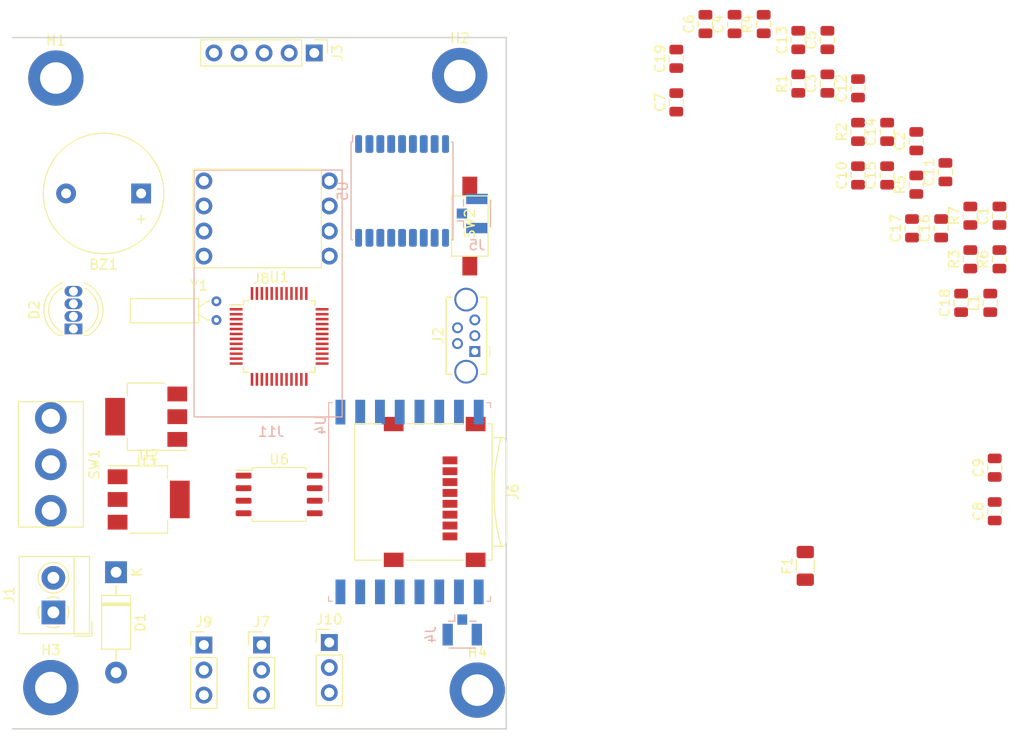
<source format=kicad_pcb>
(kicad_pcb (version 20171130) (host pcbnew "(5.1.6-0-10_14)")

  (general
    (thickness 1.6)
    (drawings 4)
    (tracks 0)
    (zones 0)
    (modules 55)
    (nets 84)
  )

  (page A4)
  (title_block
    (title Halcyon)
    (date 2021-03-16)
    (company "GJN Aerospace")
  )

  (layers
    (0 F.Cu signal)
    (31 B.Cu signal)
    (32 B.Adhes user)
    (33 F.Adhes user)
    (34 B.Paste user)
    (35 F.Paste user)
    (36 B.SilkS user)
    (37 F.SilkS user)
    (38 B.Mask user)
    (39 F.Mask user)
    (40 Dwgs.User user)
    (41 Cmts.User user)
    (42 Eco1.User user)
    (43 Eco2.User user)
    (44 Edge.Cuts user)
    (45 Margin user)
    (46 B.CrtYd user)
    (47 F.CrtYd user)
    (48 B.Fab user)
    (49 F.Fab user)
  )

  (setup
    (last_trace_width 0.25)
    (trace_clearance 0.2)
    (zone_clearance 0.508)
    (zone_45_only no)
    (trace_min 0.2)
    (via_size 0.8)
    (via_drill 0.4)
    (via_min_size 0.4)
    (via_min_drill 0.3)
    (uvia_size 0.3)
    (uvia_drill 0.1)
    (uvias_allowed no)
    (uvia_min_size 0.2)
    (uvia_min_drill 0.1)
    (edge_width 0.05)
    (segment_width 0.2)
    (pcb_text_width 0.3)
    (pcb_text_size 1.5 1.5)
    (mod_edge_width 0.12)
    (mod_text_size 1 1)
    (mod_text_width 0.15)
    (pad_size 1.524 1.524)
    (pad_drill 0.762)
    (pad_to_mask_clearance 0.05)
    (aux_axis_origin 0 0)
    (visible_elements FFFFFF7F)
    (pcbplotparams
      (layerselection 0x010fc_ffffffff)
      (usegerberextensions false)
      (usegerberattributes true)
      (usegerberadvancedattributes true)
      (creategerberjobfile true)
      (excludeedgelayer true)
      (linewidth 0.100000)
      (plotframeref false)
      (viasonmask false)
      (mode 1)
      (useauxorigin false)
      (hpglpennumber 1)
      (hpglpenspeed 20)
      (hpglpendiameter 15.000000)
      (psnegative false)
      (psa4output false)
      (plotreference true)
      (plotvalue true)
      (plotinvisibletext false)
      (padsonsilk false)
      (subtractmaskfromsilk false)
      (outputformat 1)
      (mirror false)
      (drillshape 1)
      (scaleselection 1)
      (outputdirectory ""))
  )

  (net 0 "")
  (net 1 "Net-(AE1-Pad1)")
  (net 2 /BZ)
  (net 3 GND)
  (net 4 +3V3)
  (net 5 "Net-(C2-Pad2)")
  (net 6 "Net-(C3-Pad1)")
  (net 7 "Net-(C5-Pad1)")
  (net 8 +5VA)
  (net 9 "Net-(C7-Pad2)")
  (net 10 "Net-(C8-Pad1)")
  (net 11 +5V)
  (net 12 "Net-(C10-Pad1)")
  (net 13 "Net-(D1-Pad1)")
  (net 14 "Net-(D2-Pad1)")
  (net 15 "Net-(D2-Pad3)")
  (net 16 "Net-(D2-Pad4)")
  (net 17 +5VD)
  (net 18 /USB_D-)
  (net 19 /USB_D+)
  (net 20 "Net-(J2-Pad4)")
  (net 21 /SWCLK)
  (net 22 /SWDIO)
  (net 23 /RESET)
  (net 24 "Net-(J4-Pad1)")
  (net 25 "Net-(J6-Pad8)")
  (net 26 /MISO)
  (net 27 /SCK)
  (net 28 /MOSI)
  (net 29 /CS_SD)
  (net 30 "Net-(J6-Pad1)")
  (net 31 /Servo_X)
  (net 32 /SCL)
  (net 33 /SDA)
  (net 34 /Servo_Y)
  (net 35 /Servo_3)
  (net 36 /R_LED)
  (net 37 /G_LED)
  (net 38 /B_LED)
  (net 39 "Net-(R7-Pad2)")
  (net 40 "Net-(U1-Pad3)")
  (net 41 "Net-(U1-Pad4)")
  (net 42 "Net-(U1-Pad7)")
  (net 43 "Net-(U1-Pad8)")
  (net 44 "Net-(U1-Pad9)")
  (net 45 "Net-(U1-Pad10)")
  (net 46 "Net-(U1-Pad11)")
  (net 47 /DIO0)
  (net 48 "Net-(U1-Pad13)")
  (net 49 "Net-(U1-Pad14)")
  (net 50 "Net-(U1-Pad15)")
  (net 51 "Net-(U1-Pad16)")
  (net 52 /CS_RAD)
  (net 53 "Net-(U1-Pad23)")
  (net 54 "Net-(U1-Pad24)")
  (net 55 "Net-(U1-Pad25)")
  (net 56 "Net-(U1-Pad26)")
  (net 57 "Net-(U1-Pad27)")
  (net 58 "Net-(U1-Pad28)")
  (net 59 "Net-(U1-Pad29)")
  (net 60 "Net-(U1-Pad30)")
  (net 61 "Net-(U1-Pad38)")
  (net 62 "Net-(U1-Pad39)")
  (net 63 "Net-(U1-Pad41)")
  (net 64 "Net-(U1-Pad47)")
  (net 65 "Net-(U1-Pad48)")
  (net 66 "Net-(U4-Pad16)")
  (net 67 "Net-(U4-Pad7)")
  (net 68 "Net-(U4-Pad6)")
  (net 69 "Net-(U4-Pad5)")
  (net 70 "Net-(U4-Pad4)")
  (net 71 "Net-(U4-Pad3)")
  (net 72 "Net-(U4-Pad1)")
  (net 73 /TX_GPS)
  (net 74 /RX_GPS)
  (net 75 "Net-(U5-Pad4)")
  (net 76 "Net-(U5-Pad5)")
  (net 77 "Net-(U5-Pad6)")
  (net 78 "Net-(U5-Pad13)")
  (net 79 "Net-(U5-Pad14)")
  (net 80 "Net-(U5-Pad15)")
  (net 81 "Net-(U5-Pad18)")
  (net 82 /CS_FLASH)
  (net 83 "Net-(SW1-Pad1)")

  (net_class Default "This is the default net class."
    (clearance 0.2)
    (trace_width 0.25)
    (via_dia 0.8)
    (via_drill 0.4)
    (uvia_dia 0.3)
    (uvia_drill 0.1)
    (add_net +3V3)
    (add_net +5V)
    (add_net +5VA)
    (add_net +5VD)
    (add_net /BZ)
    (add_net /B_LED)
    (add_net /CS_FLASH)
    (add_net /CS_RAD)
    (add_net /CS_SD)
    (add_net /DIO0)
    (add_net /G_LED)
    (add_net /MISO)
    (add_net /MOSI)
    (add_net /RESET)
    (add_net /RX_GPS)
    (add_net /R_LED)
    (add_net /SCK)
    (add_net /SCL)
    (add_net /SDA)
    (add_net /SWCLK)
    (add_net /SWDIO)
    (add_net /Servo_3)
    (add_net /Servo_X)
    (add_net /Servo_Y)
    (add_net /TX_GPS)
    (add_net /USB_D+)
    (add_net /USB_D-)
    (add_net GND)
    (add_net "Net-(AE1-Pad1)")
    (add_net "Net-(C10-Pad1)")
    (add_net "Net-(C2-Pad2)")
    (add_net "Net-(C3-Pad1)")
    (add_net "Net-(C5-Pad1)")
    (add_net "Net-(C7-Pad2)")
    (add_net "Net-(C8-Pad1)")
    (add_net "Net-(D1-Pad1)")
    (add_net "Net-(D2-Pad1)")
    (add_net "Net-(D2-Pad3)")
    (add_net "Net-(D2-Pad4)")
    (add_net "Net-(J2-Pad4)")
    (add_net "Net-(J4-Pad1)")
    (add_net "Net-(J6-Pad1)")
    (add_net "Net-(J6-Pad8)")
    (add_net "Net-(R7-Pad2)")
    (add_net "Net-(SW1-Pad1)")
    (add_net "Net-(U1-Pad10)")
    (add_net "Net-(U1-Pad11)")
    (add_net "Net-(U1-Pad13)")
    (add_net "Net-(U1-Pad14)")
    (add_net "Net-(U1-Pad15)")
    (add_net "Net-(U1-Pad16)")
    (add_net "Net-(U1-Pad23)")
    (add_net "Net-(U1-Pad24)")
    (add_net "Net-(U1-Pad25)")
    (add_net "Net-(U1-Pad26)")
    (add_net "Net-(U1-Pad27)")
    (add_net "Net-(U1-Pad28)")
    (add_net "Net-(U1-Pad29)")
    (add_net "Net-(U1-Pad3)")
    (add_net "Net-(U1-Pad30)")
    (add_net "Net-(U1-Pad38)")
    (add_net "Net-(U1-Pad39)")
    (add_net "Net-(U1-Pad4)")
    (add_net "Net-(U1-Pad41)")
    (add_net "Net-(U1-Pad47)")
    (add_net "Net-(U1-Pad48)")
    (add_net "Net-(U1-Pad7)")
    (add_net "Net-(U1-Pad8)")
    (add_net "Net-(U1-Pad9)")
    (add_net "Net-(U4-Pad1)")
    (add_net "Net-(U4-Pad16)")
    (add_net "Net-(U4-Pad3)")
    (add_net "Net-(U4-Pad4)")
    (add_net "Net-(U4-Pad5)")
    (add_net "Net-(U4-Pad6)")
    (add_net "Net-(U4-Pad7)")
    (add_net "Net-(U5-Pad13)")
    (add_net "Net-(U5-Pad14)")
    (add_net "Net-(U5-Pad15)")
    (add_net "Net-(U5-Pad18)")
    (add_net "Net-(U5-Pad4)")
    (add_net "Net-(U5-Pad5)")
    (add_net "Net-(U5-Pad6)")
  )

  (module Buzzer_Beeper:Buzzer_12x9.5RM7.6 (layer F.Cu) (tedit 5A030281) (tstamp 6050F978)
    (at 113.03 65.786 180)
    (descr "Generic Buzzer, D12mm height 9.5mm with RM7.6mm")
    (tags buzzer)
    (path /605F9C7A)
    (fp_text reference BZ1 (at 3.8 -7.2) (layer F.SilkS)
      (effects (font (size 1 1) (thickness 0.15)))
    )
    (fp_text value Buzzer (at 3.8 7.4) (layer F.Fab)
      (effects (font (size 1 1) (thickness 0.15)))
    )
    (fp_circle (center 3.8 0) (end 9.9 0) (layer F.SilkS) (width 0.12))
    (fp_circle (center 3.8 0) (end 4.8 0) (layer F.Fab) (width 0.1))
    (fp_circle (center 3.8 0) (end 9.8 0) (layer F.Fab) (width 0.1))
    (fp_circle (center 3.8 0) (end 10.05 0) (layer F.CrtYd) (width 0.05))
    (fp_text user + (at -0.01 -2.54) (layer F.Fab)
      (effects (font (size 1 1) (thickness 0.15)))
    )
    (fp_text user + (at -0.01 -2.54) (layer F.SilkS)
      (effects (font (size 1 1) (thickness 0.15)))
    )
    (fp_text user %R (at 3.8 -4) (layer F.Fab)
      (effects (font (size 1 1) (thickness 0.15)))
    )
    (pad 1 thru_hole rect (at 0 0 180) (size 2 2) (drill 1) (layers *.Cu *.Mask)
      (net 2 /BZ))
    (pad 2 thru_hole circle (at 7.6 0 180) (size 2 2) (drill 1) (layers *.Cu *.Mask)
      (net 3 GND))
    (model ${KISYS3DMOD}/Buzzer_Beeper.3dshapes/Buzzer_12x9.5RM7.6.wrl
      (at (xyz 0 0 0))
      (scale (xyz 1 1 1))
      (rotate (xyz 0 0 0))
    )
  )

  (module Capacitor_SMD:C_0805_2012Metric (layer F.Cu) (tedit 5B36C52B) (tstamp 6050F989)
    (at 199.933001 68.044999 90)
    (descr "Capacitor SMD 0805 (2012 Metric), square (rectangular) end terminal, IPC_7351 nominal, (Body size source: https://docs.google.com/spreadsheets/d/1BsfQQcO9C6DZCsRaXUlFlo91Tg2WpOkGARC1WS5S8t0/edit?usp=sharing), generated with kicad-footprint-generator")
    (tags capacitor)
    (path /60604CDE)
    (attr smd)
    (fp_text reference C1 (at 0 -1.65 90) (layer F.SilkS)
      (effects (font (size 1 1) (thickness 0.15)))
    )
    (fp_text value 100nF (at 0 1.65 90) (layer F.Fab)
      (effects (font (size 1 1) (thickness 0.15)))
    )
    (fp_line (start -1 0.6) (end -1 -0.6) (layer F.Fab) (width 0.1))
    (fp_line (start -1 -0.6) (end 1 -0.6) (layer F.Fab) (width 0.1))
    (fp_line (start 1 -0.6) (end 1 0.6) (layer F.Fab) (width 0.1))
    (fp_line (start 1 0.6) (end -1 0.6) (layer F.Fab) (width 0.1))
    (fp_line (start -0.258578 -0.71) (end 0.258578 -0.71) (layer F.SilkS) (width 0.12))
    (fp_line (start -0.258578 0.71) (end 0.258578 0.71) (layer F.SilkS) (width 0.12))
    (fp_line (start -1.68 0.95) (end -1.68 -0.95) (layer F.CrtYd) (width 0.05))
    (fp_line (start -1.68 -0.95) (end 1.68 -0.95) (layer F.CrtYd) (width 0.05))
    (fp_line (start 1.68 -0.95) (end 1.68 0.95) (layer F.CrtYd) (width 0.05))
    (fp_line (start 1.68 0.95) (end -1.68 0.95) (layer F.CrtYd) (width 0.05))
    (fp_text user %R (at 0 0 90) (layer F.Fab)
      (effects (font (size 0.5 0.5) (thickness 0.08)))
    )
    (pad 2 smd roundrect (at 0.9375 0 90) (size 0.975 1.4) (layers F.Cu F.Paste F.Mask) (roundrect_rratio 0.25)
      (net 3 GND))
    (pad 1 smd roundrect (at -0.9375 0 90) (size 0.975 1.4) (layers F.Cu F.Paste F.Mask) (roundrect_rratio 0.25)
      (net 4 +3V3))
    (model ${KISYS3DMOD}/Capacitor_SMD.3dshapes/C_0805_2012Metric.wrl
      (at (xyz 0 0 0))
      (scale (xyz 1 1 1))
      (rotate (xyz 0 0 0))
    )
  )

  (module Capacitor_SMD:C_0805_2012Metric (layer F.Cu) (tedit 5B36C52B) (tstamp 6050F99A)
    (at 191.513001 60.494999 90)
    (descr "Capacitor SMD 0805 (2012 Metric), square (rectangular) end terminal, IPC_7351 nominal, (Body size source: https://docs.google.com/spreadsheets/d/1BsfQQcO9C6DZCsRaXUlFlo91Tg2WpOkGARC1WS5S8t0/edit?usp=sharing), generated with kicad-footprint-generator")
    (tags capacitor)
    (path /605533A2)
    (attr smd)
    (fp_text reference C2 (at 0 -1.65 90) (layer F.SilkS)
      (effects (font (size 1 1) (thickness 0.15)))
    )
    (fp_text value 12pF (at 0 1.65 90) (layer F.Fab)
      (effects (font (size 1 1) (thickness 0.15)))
    )
    (fp_line (start 1.68 0.95) (end -1.68 0.95) (layer F.CrtYd) (width 0.05))
    (fp_line (start 1.68 -0.95) (end 1.68 0.95) (layer F.CrtYd) (width 0.05))
    (fp_line (start -1.68 -0.95) (end 1.68 -0.95) (layer F.CrtYd) (width 0.05))
    (fp_line (start -1.68 0.95) (end -1.68 -0.95) (layer F.CrtYd) (width 0.05))
    (fp_line (start -0.258578 0.71) (end 0.258578 0.71) (layer F.SilkS) (width 0.12))
    (fp_line (start -0.258578 -0.71) (end 0.258578 -0.71) (layer F.SilkS) (width 0.12))
    (fp_line (start 1 0.6) (end -1 0.6) (layer F.Fab) (width 0.1))
    (fp_line (start 1 -0.6) (end 1 0.6) (layer F.Fab) (width 0.1))
    (fp_line (start -1 -0.6) (end 1 -0.6) (layer F.Fab) (width 0.1))
    (fp_line (start -1 0.6) (end -1 -0.6) (layer F.Fab) (width 0.1))
    (fp_text user %R (at 0 0 90) (layer F.Fab)
      (effects (font (size 0.5 0.5) (thickness 0.08)))
    )
    (pad 1 smd roundrect (at -0.9375 0 90) (size 0.975 1.4) (layers F.Cu F.Paste F.Mask) (roundrect_rratio 0.25)
      (net 3 GND))
    (pad 2 smd roundrect (at 0.9375 0 90) (size 0.975 1.4) (layers F.Cu F.Paste F.Mask) (roundrect_rratio 0.25)
      (net 5 "Net-(C2-Pad2)"))
    (model ${KISYS3DMOD}/Capacitor_SMD.3dshapes/C_0805_2012Metric.wrl
      (at (xyz 0 0 0))
      (scale (xyz 1 1 1))
      (rotate (xyz 0 0 0))
    )
  )

  (module Capacitor_SMD:C_0805_2012Metric (layer F.Cu) (tedit 5B36C52B) (tstamp 6050F9AB)
    (at 182.513001 54.664999 90)
    (descr "Capacitor SMD 0805 (2012 Metric), square (rectangular) end terminal, IPC_7351 nominal, (Body size source: https://docs.google.com/spreadsheets/d/1BsfQQcO9C6DZCsRaXUlFlo91Tg2WpOkGARC1WS5S8t0/edit?usp=sharing), generated with kicad-footprint-generator")
    (tags capacitor)
    (path /6056383D)
    (attr smd)
    (fp_text reference C3 (at 0 -1.65 90) (layer F.SilkS)
      (effects (font (size 1 1) (thickness 0.15)))
    )
    (fp_text value 12pF (at 0 1.65 90) (layer F.Fab)
      (effects (font (size 1 1) (thickness 0.15)))
    )
    (fp_line (start -1 0.6) (end -1 -0.6) (layer F.Fab) (width 0.1))
    (fp_line (start -1 -0.6) (end 1 -0.6) (layer F.Fab) (width 0.1))
    (fp_line (start 1 -0.6) (end 1 0.6) (layer F.Fab) (width 0.1))
    (fp_line (start 1 0.6) (end -1 0.6) (layer F.Fab) (width 0.1))
    (fp_line (start -0.258578 -0.71) (end 0.258578 -0.71) (layer F.SilkS) (width 0.12))
    (fp_line (start -0.258578 0.71) (end 0.258578 0.71) (layer F.SilkS) (width 0.12))
    (fp_line (start -1.68 0.95) (end -1.68 -0.95) (layer F.CrtYd) (width 0.05))
    (fp_line (start -1.68 -0.95) (end 1.68 -0.95) (layer F.CrtYd) (width 0.05))
    (fp_line (start 1.68 -0.95) (end 1.68 0.95) (layer F.CrtYd) (width 0.05))
    (fp_line (start 1.68 0.95) (end -1.68 0.95) (layer F.CrtYd) (width 0.05))
    (fp_text user %R (at 0 0 90) (layer F.Fab)
      (effects (font (size 0.5 0.5) (thickness 0.08)))
    )
    (pad 2 smd roundrect (at 0.9375 0 90) (size 0.975 1.4) (layers F.Cu F.Paste F.Mask) (roundrect_rratio 0.25)
      (net 3 GND))
    (pad 1 smd roundrect (at -0.9375 0 90) (size 0.975 1.4) (layers F.Cu F.Paste F.Mask) (roundrect_rratio 0.25)
      (net 6 "Net-(C3-Pad1)"))
    (model ${KISYS3DMOD}/Capacitor_SMD.3dshapes/C_0805_2012Metric.wrl
      (at (xyz 0 0 0))
      (scale (xyz 1 1 1))
      (rotate (xyz 0 0 0))
    )
  )

  (module Capacitor_SMD:C_0805_2012Metric (layer F.Cu) (tedit 5B36C52B) (tstamp 6050F9BC)
    (at 173.113001 48.634999 90)
    (descr "Capacitor SMD 0805 (2012 Metric), square (rectangular) end terminal, IPC_7351 nominal, (Body size source: https://docs.google.com/spreadsheets/d/1BsfQQcO9C6DZCsRaXUlFlo91Tg2WpOkGARC1WS5S8t0/edit?usp=sharing), generated with kicad-footprint-generator")
    (tags capacitor)
    (path /60621AE1)
    (attr smd)
    (fp_text reference C4 (at 0 -1.65 90) (layer F.SilkS)
      (effects (font (size 1 1) (thickness 0.15)))
    )
    (fp_text value 100nF (at 0 1.65 90) (layer F.Fab)
      (effects (font (size 1 1) (thickness 0.15)))
    )
    (fp_line (start 1.68 0.95) (end -1.68 0.95) (layer F.CrtYd) (width 0.05))
    (fp_line (start 1.68 -0.95) (end 1.68 0.95) (layer F.CrtYd) (width 0.05))
    (fp_line (start -1.68 -0.95) (end 1.68 -0.95) (layer F.CrtYd) (width 0.05))
    (fp_line (start -1.68 0.95) (end -1.68 -0.95) (layer F.CrtYd) (width 0.05))
    (fp_line (start -0.258578 0.71) (end 0.258578 0.71) (layer F.SilkS) (width 0.12))
    (fp_line (start -0.258578 -0.71) (end 0.258578 -0.71) (layer F.SilkS) (width 0.12))
    (fp_line (start 1 0.6) (end -1 0.6) (layer F.Fab) (width 0.1))
    (fp_line (start 1 -0.6) (end 1 0.6) (layer F.Fab) (width 0.1))
    (fp_line (start -1 -0.6) (end 1 -0.6) (layer F.Fab) (width 0.1))
    (fp_line (start -1 0.6) (end -1 -0.6) (layer F.Fab) (width 0.1))
    (fp_text user %R (at 0 0 90) (layer F.Fab)
      (effects (font (size 0.5 0.5) (thickness 0.08)))
    )
    (pad 1 smd roundrect (at -0.9375 0 90) (size 0.975 1.4) (layers F.Cu F.Paste F.Mask) (roundrect_rratio 0.25)
      (net 4 +3V3))
    (pad 2 smd roundrect (at 0.9375 0 90) (size 0.975 1.4) (layers F.Cu F.Paste F.Mask) (roundrect_rratio 0.25)
      (net 3 GND))
    (model ${KISYS3DMOD}/Capacitor_SMD.3dshapes/C_0805_2012Metric.wrl
      (at (xyz 0 0 0))
      (scale (xyz 1 1 1))
      (rotate (xyz 0 0 0))
    )
  )

  (module Capacitor_SMD:C_0805_2012Metric (layer F.Cu) (tedit 5B36C52B) (tstamp 6050F9CD)
    (at 182.513001 50.254999 90)
    (descr "Capacitor SMD 0805 (2012 Metric), square (rectangular) end terminal, IPC_7351 nominal, (Body size source: https://docs.google.com/spreadsheets/d/1BsfQQcO9C6DZCsRaXUlFlo91Tg2WpOkGARC1WS5S8t0/edit?usp=sharing), generated with kicad-footprint-generator")
    (tags capacitor)
    (path /604E9EFB)
    (attr smd)
    (fp_text reference C5 (at 0 -1.65 90) (layer F.SilkS)
      (effects (font (size 1 1) (thickness 0.15)))
    )
    (fp_text value 220nF (at 0 1.65 90) (layer F.Fab)
      (effects (font (size 1 1) (thickness 0.15)))
    )
    (fp_line (start -1 0.6) (end -1 -0.6) (layer F.Fab) (width 0.1))
    (fp_line (start -1 -0.6) (end 1 -0.6) (layer F.Fab) (width 0.1))
    (fp_line (start 1 -0.6) (end 1 0.6) (layer F.Fab) (width 0.1))
    (fp_line (start 1 0.6) (end -1 0.6) (layer F.Fab) (width 0.1))
    (fp_line (start -0.258578 -0.71) (end 0.258578 -0.71) (layer F.SilkS) (width 0.12))
    (fp_line (start -0.258578 0.71) (end 0.258578 0.71) (layer F.SilkS) (width 0.12))
    (fp_line (start -1.68 0.95) (end -1.68 -0.95) (layer F.CrtYd) (width 0.05))
    (fp_line (start -1.68 -0.95) (end 1.68 -0.95) (layer F.CrtYd) (width 0.05))
    (fp_line (start 1.68 -0.95) (end 1.68 0.95) (layer F.CrtYd) (width 0.05))
    (fp_line (start 1.68 0.95) (end -1.68 0.95) (layer F.CrtYd) (width 0.05))
    (fp_text user %R (at 0 0 90) (layer F.Fab)
      (effects (font (size 0.5 0.5) (thickness 0.08)))
    )
    (pad 2 smd roundrect (at 0.9375 0 90) (size 0.975 1.4) (layers F.Cu F.Paste F.Mask) (roundrect_rratio 0.25)
      (net 3 GND))
    (pad 1 smd roundrect (at -0.9375 0 90) (size 0.975 1.4) (layers F.Cu F.Paste F.Mask) (roundrect_rratio 0.25)
      (net 7 "Net-(C5-Pad1)"))
    (model ${KISYS3DMOD}/Capacitor_SMD.3dshapes/C_0805_2012Metric.wrl
      (at (xyz 0 0 0))
      (scale (xyz 1 1 1))
      (rotate (xyz 0 0 0))
    )
  )

  (module Capacitor_SMD:C_0805_2012Metric (layer F.Cu) (tedit 5B36C52B) (tstamp 6050F9DE)
    (at 170.163001 48.634999 90)
    (descr "Capacitor SMD 0805 (2012 Metric), square (rectangular) end terminal, IPC_7351 nominal, (Body size source: https://docs.google.com/spreadsheets/d/1BsfQQcO9C6DZCsRaXUlFlo91Tg2WpOkGARC1WS5S8t0/edit?usp=sharing), generated with kicad-footprint-generator")
    (tags capacitor)
    (path /604E9F01)
    (attr smd)
    (fp_text reference C6 (at 0 -1.65 90) (layer F.SilkS)
      (effects (font (size 1 1) (thickness 0.15)))
    )
    (fp_text value 100nF (at 0 1.65 90) (layer F.Fab)
      (effects (font (size 1 1) (thickness 0.15)))
    )
    (fp_line (start 1.68 0.95) (end -1.68 0.95) (layer F.CrtYd) (width 0.05))
    (fp_line (start 1.68 -0.95) (end 1.68 0.95) (layer F.CrtYd) (width 0.05))
    (fp_line (start -1.68 -0.95) (end 1.68 -0.95) (layer F.CrtYd) (width 0.05))
    (fp_line (start -1.68 0.95) (end -1.68 -0.95) (layer F.CrtYd) (width 0.05))
    (fp_line (start -0.258578 0.71) (end 0.258578 0.71) (layer F.SilkS) (width 0.12))
    (fp_line (start -0.258578 -0.71) (end 0.258578 -0.71) (layer F.SilkS) (width 0.12))
    (fp_line (start 1 0.6) (end -1 0.6) (layer F.Fab) (width 0.1))
    (fp_line (start 1 -0.6) (end 1 0.6) (layer F.Fab) (width 0.1))
    (fp_line (start -1 -0.6) (end 1 -0.6) (layer F.Fab) (width 0.1))
    (fp_line (start -1 0.6) (end -1 -0.6) (layer F.Fab) (width 0.1))
    (fp_text user %R (at 0 0 90) (layer F.Fab)
      (effects (font (size 0.5 0.5) (thickness 0.08)))
    )
    (pad 1 smd roundrect (at -0.9375 0 90) (size 0.975 1.4) (layers F.Cu F.Paste F.Mask) (roundrect_rratio 0.25)
      (net 8 +5VA))
    (pad 2 smd roundrect (at 0.9375 0 90) (size 0.975 1.4) (layers F.Cu F.Paste F.Mask) (roundrect_rratio 0.25)
      (net 3 GND))
    (model ${KISYS3DMOD}/Capacitor_SMD.3dshapes/C_0805_2012Metric.wrl
      (at (xyz 0 0 0))
      (scale (xyz 1 1 1))
      (rotate (xyz 0 0 0))
    )
  )

  (module Capacitor_SMD:C_0805_2012Metric (layer F.Cu) (tedit 5B36C52B) (tstamp 6050F9EF)
    (at 167.213001 56.564999 90)
    (descr "Capacitor SMD 0805 (2012 Metric), square (rectangular) end terminal, IPC_7351 nominal, (Body size source: https://docs.google.com/spreadsheets/d/1BsfQQcO9C6DZCsRaXUlFlo91Tg2WpOkGARC1WS5S8t0/edit?usp=sharing), generated with kicad-footprint-generator")
    (tags capacitor)
    (path /60640B0B)
    (attr smd)
    (fp_text reference C7 (at 0 -1.65 90) (layer F.SilkS)
      (effects (font (size 1 1) (thickness 0.15)))
    )
    (fp_text value 1uF (at 0 1.65 90) (layer F.Fab)
      (effects (font (size 1 1) (thickness 0.15)))
    )
    (fp_line (start 1.68 0.95) (end -1.68 0.95) (layer F.CrtYd) (width 0.05))
    (fp_line (start 1.68 -0.95) (end 1.68 0.95) (layer F.CrtYd) (width 0.05))
    (fp_line (start -1.68 -0.95) (end 1.68 -0.95) (layer F.CrtYd) (width 0.05))
    (fp_line (start -1.68 0.95) (end -1.68 -0.95) (layer F.CrtYd) (width 0.05))
    (fp_line (start -0.258578 0.71) (end 0.258578 0.71) (layer F.SilkS) (width 0.12))
    (fp_line (start -0.258578 -0.71) (end 0.258578 -0.71) (layer F.SilkS) (width 0.12))
    (fp_line (start 1 0.6) (end -1 0.6) (layer F.Fab) (width 0.1))
    (fp_line (start 1 -0.6) (end 1 0.6) (layer F.Fab) (width 0.1))
    (fp_line (start -1 -0.6) (end 1 -0.6) (layer F.Fab) (width 0.1))
    (fp_line (start -1 0.6) (end -1 -0.6) (layer F.Fab) (width 0.1))
    (fp_text user %R (at 0 0 90) (layer F.Fab)
      (effects (font (size 0.5 0.5) (thickness 0.08)))
    )
    (pad 1 smd roundrect (at -0.9375 0 90) (size 0.975 1.4) (layers F.Cu F.Paste F.Mask) (roundrect_rratio 0.25)
      (net 3 GND))
    (pad 2 smd roundrect (at 0.9375 0 90) (size 0.975 1.4) (layers F.Cu F.Paste F.Mask) (roundrect_rratio 0.25)
      (net 9 "Net-(C7-Pad2)"))
    (model ${KISYS3DMOD}/Capacitor_SMD.3dshapes/C_0805_2012Metric.wrl
      (at (xyz 0 0 0))
      (scale (xyz 1 1 1))
      (rotate (xyz 0 0 0))
    )
  )

  (module Capacitor_SMD:C_0805_2012Metric (layer F.Cu) (tedit 5B36C52B) (tstamp 6050FA00)
    (at 199.453001 97.964999 90)
    (descr "Capacitor SMD 0805 (2012 Metric), square (rectangular) end terminal, IPC_7351 nominal, (Body size source: https://docs.google.com/spreadsheets/d/1BsfQQcO9C6DZCsRaXUlFlo91Tg2WpOkGARC1WS5S8t0/edit?usp=sharing), generated with kicad-footprint-generator")
    (tags capacitor)
    (path /605C1605)
    (attr smd)
    (fp_text reference C8 (at 0 -1.65 90) (layer F.SilkS)
      (effects (font (size 1 1) (thickness 0.15)))
    )
    (fp_text value 100nF (at 0 1.65 90) (layer F.Fab)
      (effects (font (size 1 1) (thickness 0.15)))
    )
    (fp_line (start -1 0.6) (end -1 -0.6) (layer F.Fab) (width 0.1))
    (fp_line (start -1 -0.6) (end 1 -0.6) (layer F.Fab) (width 0.1))
    (fp_line (start 1 -0.6) (end 1 0.6) (layer F.Fab) (width 0.1))
    (fp_line (start 1 0.6) (end -1 0.6) (layer F.Fab) (width 0.1))
    (fp_line (start -0.258578 -0.71) (end 0.258578 -0.71) (layer F.SilkS) (width 0.12))
    (fp_line (start -0.258578 0.71) (end 0.258578 0.71) (layer F.SilkS) (width 0.12))
    (fp_line (start -1.68 0.95) (end -1.68 -0.95) (layer F.CrtYd) (width 0.05))
    (fp_line (start -1.68 -0.95) (end 1.68 -0.95) (layer F.CrtYd) (width 0.05))
    (fp_line (start 1.68 -0.95) (end 1.68 0.95) (layer F.CrtYd) (width 0.05))
    (fp_line (start 1.68 0.95) (end -1.68 0.95) (layer F.CrtYd) (width 0.05))
    (fp_text user %R (at 0 0 90) (layer F.Fab)
      (effects (font (size 0.5 0.5) (thickness 0.08)))
    )
    (pad 2 smd roundrect (at 0.9375 0 90) (size 0.975 1.4) (layers F.Cu F.Paste F.Mask) (roundrect_rratio 0.25)
      (net 3 GND))
    (pad 1 smd roundrect (at -0.9375 0 90) (size 0.975 1.4) (layers F.Cu F.Paste F.Mask) (roundrect_rratio 0.25)
      (net 10 "Net-(C8-Pad1)"))
    (model ${KISYS3DMOD}/Capacitor_SMD.3dshapes/C_0805_2012Metric.wrl
      (at (xyz 0 0 0))
      (scale (xyz 1 1 1))
      (rotate (xyz 0 0 0))
    )
  )

  (module Capacitor_SMD:C_0805_2012Metric (layer F.Cu) (tedit 5B36C52B) (tstamp 6050FA11)
    (at 199.453001 93.554999 90)
    (descr "Capacitor SMD 0805 (2012 Metric), square (rectangular) end terminal, IPC_7351 nominal, (Body size source: https://docs.google.com/spreadsheets/d/1BsfQQcO9C6DZCsRaXUlFlo91Tg2WpOkGARC1WS5S8t0/edit?usp=sharing), generated with kicad-footprint-generator")
    (tags capacitor)
    (path /604E567C)
    (attr smd)
    (fp_text reference C9 (at 0 -1.65 90) (layer F.SilkS)
      (effects (font (size 1 1) (thickness 0.15)))
    )
    (fp_text value 1uF (at 0 1.65 90) (layer F.Fab)
      (effects (font (size 1 1) (thickness 0.15)))
    )
    (fp_line (start -1 0.6) (end -1 -0.6) (layer F.Fab) (width 0.1))
    (fp_line (start -1 -0.6) (end 1 -0.6) (layer F.Fab) (width 0.1))
    (fp_line (start 1 -0.6) (end 1 0.6) (layer F.Fab) (width 0.1))
    (fp_line (start 1 0.6) (end -1 0.6) (layer F.Fab) (width 0.1))
    (fp_line (start -0.258578 -0.71) (end 0.258578 -0.71) (layer F.SilkS) (width 0.12))
    (fp_line (start -0.258578 0.71) (end 0.258578 0.71) (layer F.SilkS) (width 0.12))
    (fp_line (start -1.68 0.95) (end -1.68 -0.95) (layer F.CrtYd) (width 0.05))
    (fp_line (start -1.68 -0.95) (end 1.68 -0.95) (layer F.CrtYd) (width 0.05))
    (fp_line (start 1.68 -0.95) (end 1.68 0.95) (layer F.CrtYd) (width 0.05))
    (fp_line (start 1.68 0.95) (end -1.68 0.95) (layer F.CrtYd) (width 0.05))
    (fp_text user %R (at 0 0 90) (layer F.Fab)
      (effects (font (size 0.5 0.5) (thickness 0.08)))
    )
    (pad 2 smd roundrect (at 0.9375 0 90) (size 0.975 1.4) (layers F.Cu F.Paste F.Mask) (roundrect_rratio 0.25)
      (net 3 GND))
    (pad 1 smd roundrect (at -0.9375 0 90) (size 0.975 1.4) (layers F.Cu F.Paste F.Mask) (roundrect_rratio 0.25)
      (net 11 +5V))
    (model ${KISYS3DMOD}/Capacitor_SMD.3dshapes/C_0805_2012Metric.wrl
      (at (xyz 0 0 0))
      (scale (xyz 1 1 1))
      (rotate (xyz 0 0 0))
    )
  )

  (module Capacitor_SMD:C_0805_2012Metric (layer F.Cu) (tedit 5B36C52B) (tstamp 6050FA22)
    (at 185.613001 63.964999 90)
    (descr "Capacitor SMD 0805 (2012 Metric), square (rectangular) end terminal, IPC_7351 nominal, (Body size source: https://docs.google.com/spreadsheets/d/1BsfQQcO9C6DZCsRaXUlFlo91Tg2WpOkGARC1WS5S8t0/edit?usp=sharing), generated with kicad-footprint-generator")
    (tags capacitor)
    (path /604E5DB1)
    (attr smd)
    (fp_text reference C10 (at 0 -1.65 90) (layer F.SilkS)
      (effects (font (size 1 1) (thickness 0.15)))
    )
    (fp_text value 10uF (at 0 1.65 90) (layer F.Fab)
      (effects (font (size 1 1) (thickness 0.15)))
    )
    (fp_line (start 1.68 0.95) (end -1.68 0.95) (layer F.CrtYd) (width 0.05))
    (fp_line (start 1.68 -0.95) (end 1.68 0.95) (layer F.CrtYd) (width 0.05))
    (fp_line (start -1.68 -0.95) (end 1.68 -0.95) (layer F.CrtYd) (width 0.05))
    (fp_line (start -1.68 0.95) (end -1.68 -0.95) (layer F.CrtYd) (width 0.05))
    (fp_line (start -0.258578 0.71) (end 0.258578 0.71) (layer F.SilkS) (width 0.12))
    (fp_line (start -0.258578 -0.71) (end 0.258578 -0.71) (layer F.SilkS) (width 0.12))
    (fp_line (start 1 0.6) (end -1 0.6) (layer F.Fab) (width 0.1))
    (fp_line (start 1 -0.6) (end 1 0.6) (layer F.Fab) (width 0.1))
    (fp_line (start -1 -0.6) (end 1 -0.6) (layer F.Fab) (width 0.1))
    (fp_line (start -1 0.6) (end -1 -0.6) (layer F.Fab) (width 0.1))
    (fp_text user %R (at 0 0 90) (layer F.Fab)
      (effects (font (size 0.5 0.5) (thickness 0.08)))
    )
    (pad 1 smd roundrect (at -0.9375 0 90) (size 0.975 1.4) (layers F.Cu F.Paste F.Mask) (roundrect_rratio 0.25)
      (net 12 "Net-(C10-Pad1)"))
    (pad 2 smd roundrect (at 0.9375 0 90) (size 0.975 1.4) (layers F.Cu F.Paste F.Mask) (roundrect_rratio 0.25)
      (net 3 GND))
    (model ${KISYS3DMOD}/Capacitor_SMD.3dshapes/C_0805_2012Metric.wrl
      (at (xyz 0 0 0))
      (scale (xyz 1 1 1))
      (rotate (xyz 0 0 0))
    )
  )

  (module Capacitor_SMD:C_0805_2012Metric (layer F.Cu) (tedit 5B36C52B) (tstamp 6050FA33)
    (at 194.463001 63.634999 90)
    (descr "Capacitor SMD 0805 (2012 Metric), square (rectangular) end terminal, IPC_7351 nominal, (Body size source: https://docs.google.com/spreadsheets/d/1BsfQQcO9C6DZCsRaXUlFlo91Tg2WpOkGARC1WS5S8t0/edit?usp=sharing), generated with kicad-footprint-generator")
    (tags capacitor)
    (path /6060A186)
    (attr smd)
    (fp_text reference C11 (at 0 -1.65 90) (layer F.SilkS)
      (effects (font (size 1 1) (thickness 0.15)))
    )
    (fp_text value 100nF (at 0 1.65 90) (layer F.Fab)
      (effects (font (size 1 1) (thickness 0.15)))
    )
    (fp_line (start -1 0.6) (end -1 -0.6) (layer F.Fab) (width 0.1))
    (fp_line (start -1 -0.6) (end 1 -0.6) (layer F.Fab) (width 0.1))
    (fp_line (start 1 -0.6) (end 1 0.6) (layer F.Fab) (width 0.1))
    (fp_line (start 1 0.6) (end -1 0.6) (layer F.Fab) (width 0.1))
    (fp_line (start -0.258578 -0.71) (end 0.258578 -0.71) (layer F.SilkS) (width 0.12))
    (fp_line (start -0.258578 0.71) (end 0.258578 0.71) (layer F.SilkS) (width 0.12))
    (fp_line (start -1.68 0.95) (end -1.68 -0.95) (layer F.CrtYd) (width 0.05))
    (fp_line (start -1.68 -0.95) (end 1.68 -0.95) (layer F.CrtYd) (width 0.05))
    (fp_line (start 1.68 -0.95) (end 1.68 0.95) (layer F.CrtYd) (width 0.05))
    (fp_line (start 1.68 0.95) (end -1.68 0.95) (layer F.CrtYd) (width 0.05))
    (fp_text user %R (at 0 0 90) (layer F.Fab)
      (effects (font (size 0.5 0.5) (thickness 0.08)))
    )
    (pad 2 smd roundrect (at 0.9375 0 90) (size 0.975 1.4) (layers F.Cu F.Paste F.Mask) (roundrect_rratio 0.25)
      (net 3 GND))
    (pad 1 smd roundrect (at -0.9375 0 90) (size 0.975 1.4) (layers F.Cu F.Paste F.Mask) (roundrect_rratio 0.25)
      (net 4 +3V3))
    (model ${KISYS3DMOD}/Capacitor_SMD.3dshapes/C_0805_2012Metric.wrl
      (at (xyz 0 0 0))
      (scale (xyz 1 1 1))
      (rotate (xyz 0 0 0))
    )
  )

  (module Capacitor_SMD:C_0805_2012Metric (layer F.Cu) (tedit 5B36C52B) (tstamp 6050FA44)
    (at 185.613001 55.144999 90)
    (descr "Capacitor SMD 0805 (2012 Metric), square (rectangular) end terminal, IPC_7351 nominal, (Body size source: https://docs.google.com/spreadsheets/d/1BsfQQcO9C6DZCsRaXUlFlo91Tg2WpOkGARC1WS5S8t0/edit?usp=sharing), generated with kicad-footprint-generator")
    (tags capacitor)
    (path /604E12F6)
    (attr smd)
    (fp_text reference C12 (at 0 -1.65 90) (layer F.SilkS)
      (effects (font (size 1 1) (thickness 0.15)))
    )
    (fp_text value 100nF (at 0 1.65 90) (layer F.Fab)
      (effects (font (size 1 1) (thickness 0.15)))
    )
    (fp_line (start -1 0.6) (end -1 -0.6) (layer F.Fab) (width 0.1))
    (fp_line (start -1 -0.6) (end 1 -0.6) (layer F.Fab) (width 0.1))
    (fp_line (start 1 -0.6) (end 1 0.6) (layer F.Fab) (width 0.1))
    (fp_line (start 1 0.6) (end -1 0.6) (layer F.Fab) (width 0.1))
    (fp_line (start -0.258578 -0.71) (end 0.258578 -0.71) (layer F.SilkS) (width 0.12))
    (fp_line (start -0.258578 0.71) (end 0.258578 0.71) (layer F.SilkS) (width 0.12))
    (fp_line (start -1.68 0.95) (end -1.68 -0.95) (layer F.CrtYd) (width 0.05))
    (fp_line (start -1.68 -0.95) (end 1.68 -0.95) (layer F.CrtYd) (width 0.05))
    (fp_line (start 1.68 -0.95) (end 1.68 0.95) (layer F.CrtYd) (width 0.05))
    (fp_line (start 1.68 0.95) (end -1.68 0.95) (layer F.CrtYd) (width 0.05))
    (fp_text user %R (at 0 0 90) (layer F.Fab)
      (effects (font (size 0.5 0.5) (thickness 0.08)))
    )
    (pad 2 smd roundrect (at 0.9375 0 90) (size 0.975 1.4) (layers F.Cu F.Paste F.Mask) (roundrect_rratio 0.25)
      (net 3 GND))
    (pad 1 smd roundrect (at -0.9375 0 90) (size 0.975 1.4) (layers F.Cu F.Paste F.Mask) (roundrect_rratio 0.25)
      (net 4 +3V3))
    (model ${KISYS3DMOD}/Capacitor_SMD.3dshapes/C_0805_2012Metric.wrl
      (at (xyz 0 0 0))
      (scale (xyz 1 1 1))
      (rotate (xyz 0 0 0))
    )
  )

  (module Capacitor_SMD:C_0805_2012Metric (layer F.Cu) (tedit 5B36C52B) (tstamp 6050FA55)
    (at 179.563001 50.254999 90)
    (descr "Capacitor SMD 0805 (2012 Metric), square (rectangular) end terminal, IPC_7351 nominal, (Body size source: https://docs.google.com/spreadsheets/d/1BsfQQcO9C6DZCsRaXUlFlo91Tg2WpOkGARC1WS5S8t0/edit?usp=sharing), generated with kicad-footprint-generator")
    (tags capacitor)
    (path /60513355)
    (attr smd)
    (fp_text reference C13 (at 0 -1.65 90) (layer F.SilkS)
      (effects (font (size 1 1) (thickness 0.15)))
    )
    (fp_text value 100nF (at 0 1.65 90) (layer F.Fab)
      (effects (font (size 1 1) (thickness 0.15)))
    )
    (fp_line (start 1.68 0.95) (end -1.68 0.95) (layer F.CrtYd) (width 0.05))
    (fp_line (start 1.68 -0.95) (end 1.68 0.95) (layer F.CrtYd) (width 0.05))
    (fp_line (start -1.68 -0.95) (end 1.68 -0.95) (layer F.CrtYd) (width 0.05))
    (fp_line (start -1.68 0.95) (end -1.68 -0.95) (layer F.CrtYd) (width 0.05))
    (fp_line (start -0.258578 0.71) (end 0.258578 0.71) (layer F.SilkS) (width 0.12))
    (fp_line (start -0.258578 -0.71) (end 0.258578 -0.71) (layer F.SilkS) (width 0.12))
    (fp_line (start 1 0.6) (end -1 0.6) (layer F.Fab) (width 0.1))
    (fp_line (start 1 -0.6) (end 1 0.6) (layer F.Fab) (width 0.1))
    (fp_line (start -1 -0.6) (end 1 -0.6) (layer F.Fab) (width 0.1))
    (fp_line (start -1 0.6) (end -1 -0.6) (layer F.Fab) (width 0.1))
    (fp_text user %R (at 0 0 90) (layer F.Fab)
      (effects (font (size 0.5 0.5) (thickness 0.08)))
    )
    (pad 1 smd roundrect (at -0.9375 0 90) (size 0.975 1.4) (layers F.Cu F.Paste F.Mask) (roundrect_rratio 0.25)
      (net 4 +3V3))
    (pad 2 smd roundrect (at 0.9375 0 90) (size 0.975 1.4) (layers F.Cu F.Paste F.Mask) (roundrect_rratio 0.25)
      (net 3 GND))
    (model ${KISYS3DMOD}/Capacitor_SMD.3dshapes/C_0805_2012Metric.wrl
      (at (xyz 0 0 0))
      (scale (xyz 1 1 1))
      (rotate (xyz 0 0 0))
    )
  )

  (module Capacitor_SMD:C_0805_2012Metric (layer F.Cu) (tedit 5B36C52B) (tstamp 6050FA66)
    (at 188.563001 59.554999 90)
    (descr "Capacitor SMD 0805 (2012 Metric), square (rectangular) end terminal, IPC_7351 nominal, (Body size source: https://docs.google.com/spreadsheets/d/1BsfQQcO9C6DZCsRaXUlFlo91Tg2WpOkGARC1WS5S8t0/edit?usp=sharing), generated with kicad-footprint-generator")
    (tags capacitor)
    (path /604D9C4E)
    (attr smd)
    (fp_text reference C14 (at 0 -1.65 90) (layer F.SilkS)
      (effects (font (size 1 1) (thickness 0.15)))
    )
    (fp_text value 100nF (at 0 1.65 90) (layer F.Fab)
      (effects (font (size 1 1) (thickness 0.15)))
    )
    (fp_line (start 1.68 0.95) (end -1.68 0.95) (layer F.CrtYd) (width 0.05))
    (fp_line (start 1.68 -0.95) (end 1.68 0.95) (layer F.CrtYd) (width 0.05))
    (fp_line (start -1.68 -0.95) (end 1.68 -0.95) (layer F.CrtYd) (width 0.05))
    (fp_line (start -1.68 0.95) (end -1.68 -0.95) (layer F.CrtYd) (width 0.05))
    (fp_line (start -0.258578 0.71) (end 0.258578 0.71) (layer F.SilkS) (width 0.12))
    (fp_line (start -0.258578 -0.71) (end 0.258578 -0.71) (layer F.SilkS) (width 0.12))
    (fp_line (start 1 0.6) (end -1 0.6) (layer F.Fab) (width 0.1))
    (fp_line (start 1 -0.6) (end 1 0.6) (layer F.Fab) (width 0.1))
    (fp_line (start -1 -0.6) (end 1 -0.6) (layer F.Fab) (width 0.1))
    (fp_line (start -1 0.6) (end -1 -0.6) (layer F.Fab) (width 0.1))
    (fp_text user %R (at 0 0 90) (layer F.Fab)
      (effects (font (size 0.5 0.5) (thickness 0.08)))
    )
    (pad 1 smd roundrect (at -0.9375 0 90) (size 0.975 1.4) (layers F.Cu F.Paste F.Mask) (roundrect_rratio 0.25)
      (net 4 +3V3))
    (pad 2 smd roundrect (at 0.9375 0 90) (size 0.975 1.4) (layers F.Cu F.Paste F.Mask) (roundrect_rratio 0.25)
      (net 3 GND))
    (model ${KISYS3DMOD}/Capacitor_SMD.3dshapes/C_0805_2012Metric.wrl
      (at (xyz 0 0 0))
      (scale (xyz 1 1 1))
      (rotate (xyz 0 0 0))
    )
  )

  (module Capacitor_SMD:C_0805_2012Metric (layer F.Cu) (tedit 5B36C52B) (tstamp 6050FA77)
    (at 188.563001 63.964999 90)
    (descr "Capacitor SMD 0805 (2012 Metric), square (rectangular) end terminal, IPC_7351 nominal, (Body size source: https://docs.google.com/spreadsheets/d/1BsfQQcO9C6DZCsRaXUlFlo91Tg2WpOkGARC1WS5S8t0/edit?usp=sharing), generated with kicad-footprint-generator")
    (tags capacitor)
    (path /6063F571)
    (attr smd)
    (fp_text reference C15 (at 0 -1.65 90) (layer F.SilkS)
      (effects (font (size 1 1) (thickness 0.15)))
    )
    (fp_text value 100uF (at 0 1.65 90) (layer F.Fab)
      (effects (font (size 1 1) (thickness 0.15)))
    )
    (fp_line (start -1 0.6) (end -1 -0.6) (layer F.Fab) (width 0.1))
    (fp_line (start -1 -0.6) (end 1 -0.6) (layer F.Fab) (width 0.1))
    (fp_line (start 1 -0.6) (end 1 0.6) (layer F.Fab) (width 0.1))
    (fp_line (start 1 0.6) (end -1 0.6) (layer F.Fab) (width 0.1))
    (fp_line (start -0.258578 -0.71) (end 0.258578 -0.71) (layer F.SilkS) (width 0.12))
    (fp_line (start -0.258578 0.71) (end 0.258578 0.71) (layer F.SilkS) (width 0.12))
    (fp_line (start -1.68 0.95) (end -1.68 -0.95) (layer F.CrtYd) (width 0.05))
    (fp_line (start -1.68 -0.95) (end 1.68 -0.95) (layer F.CrtYd) (width 0.05))
    (fp_line (start 1.68 -0.95) (end 1.68 0.95) (layer F.CrtYd) (width 0.05))
    (fp_line (start 1.68 0.95) (end -1.68 0.95) (layer F.CrtYd) (width 0.05))
    (fp_text user %R (at 0 0 90) (layer F.Fab)
      (effects (font (size 0.5 0.5) (thickness 0.08)))
    )
    (pad 2 smd roundrect (at 0.9375 0 90) (size 0.975 1.4) (layers F.Cu F.Paste F.Mask) (roundrect_rratio 0.25)
      (net 3 GND))
    (pad 1 smd roundrect (at -0.9375 0 90) (size 0.975 1.4) (layers F.Cu F.Paste F.Mask) (roundrect_rratio 0.25)
      (net 11 +5V))
    (model ${KISYS3DMOD}/Capacitor_SMD.3dshapes/C_0805_2012Metric.wrl
      (at (xyz 0 0 0))
      (scale (xyz 1 1 1))
      (rotate (xyz 0 0 0))
    )
  )

  (module Capacitor_SMD:C_0805_2012Metric (layer F.Cu) (tedit 5B36C52B) (tstamp 6050FA88)
    (at 194.033001 69.314999 90)
    (descr "Capacitor SMD 0805 (2012 Metric), square (rectangular) end terminal, IPC_7351 nominal, (Body size source: https://docs.google.com/spreadsheets/d/1BsfQQcO9C6DZCsRaXUlFlo91Tg2WpOkGARC1WS5S8t0/edit?usp=sharing), generated with kicad-footprint-generator")
    (tags capacitor)
    (path /604EA756)
    (attr smd)
    (fp_text reference C16 (at 0 -1.65 90) (layer F.SilkS)
      (effects (font (size 1 1) (thickness 0.15)))
    )
    (fp_text value 100nF (at 0 1.65 90) (layer F.Fab)
      (effects (font (size 1 1) (thickness 0.15)))
    )
    (fp_line (start 1.68 0.95) (end -1.68 0.95) (layer F.CrtYd) (width 0.05))
    (fp_line (start 1.68 -0.95) (end 1.68 0.95) (layer F.CrtYd) (width 0.05))
    (fp_line (start -1.68 -0.95) (end 1.68 -0.95) (layer F.CrtYd) (width 0.05))
    (fp_line (start -1.68 0.95) (end -1.68 -0.95) (layer F.CrtYd) (width 0.05))
    (fp_line (start -0.258578 0.71) (end 0.258578 0.71) (layer F.SilkS) (width 0.12))
    (fp_line (start -0.258578 -0.71) (end 0.258578 -0.71) (layer F.SilkS) (width 0.12))
    (fp_line (start 1 0.6) (end -1 0.6) (layer F.Fab) (width 0.1))
    (fp_line (start 1 -0.6) (end 1 0.6) (layer F.Fab) (width 0.1))
    (fp_line (start -1 -0.6) (end 1 -0.6) (layer F.Fab) (width 0.1))
    (fp_line (start -1 0.6) (end -1 -0.6) (layer F.Fab) (width 0.1))
    (fp_text user %R (at 0 0 90) (layer F.Fab)
      (effects (font (size 0.5 0.5) (thickness 0.08)))
    )
    (pad 1 smd roundrect (at -0.9375 0 90) (size 0.975 1.4) (layers F.Cu F.Paste F.Mask) (roundrect_rratio 0.25)
      (net 4 +3V3))
    (pad 2 smd roundrect (at 0.9375 0 90) (size 0.975 1.4) (layers F.Cu F.Paste F.Mask) (roundrect_rratio 0.25)
      (net 3 GND))
    (model ${KISYS3DMOD}/Capacitor_SMD.3dshapes/C_0805_2012Metric.wrl
      (at (xyz 0 0 0))
      (scale (xyz 1 1 1))
      (rotate (xyz 0 0 0))
    )
  )

  (module Capacitor_SMD:C_0805_2012Metric (layer F.Cu) (tedit 5B36C52B) (tstamp 6050FA99)
    (at 191.083001 69.314999 90)
    (descr "Capacitor SMD 0805 (2012 Metric), square (rectangular) end terminal, IPC_7351 nominal, (Body size source: https://docs.google.com/spreadsheets/d/1BsfQQcO9C6DZCsRaXUlFlo91Tg2WpOkGARC1WS5S8t0/edit?usp=sharing), generated with kicad-footprint-generator")
    (tags capacitor)
    (path /60669249)
    (attr smd)
    (fp_text reference C17 (at 0 -1.65 90) (layer F.SilkS)
      (effects (font (size 1 1) (thickness 0.15)))
    )
    (fp_text value 100uF (at 0 1.65 90) (layer F.Fab)
      (effects (font (size 1 1) (thickness 0.15)))
    )
    (fp_line (start 1.68 0.95) (end -1.68 0.95) (layer F.CrtYd) (width 0.05))
    (fp_line (start 1.68 -0.95) (end 1.68 0.95) (layer F.CrtYd) (width 0.05))
    (fp_line (start -1.68 -0.95) (end 1.68 -0.95) (layer F.CrtYd) (width 0.05))
    (fp_line (start -1.68 0.95) (end -1.68 -0.95) (layer F.CrtYd) (width 0.05))
    (fp_line (start -0.258578 0.71) (end 0.258578 0.71) (layer F.SilkS) (width 0.12))
    (fp_line (start -0.258578 -0.71) (end 0.258578 -0.71) (layer F.SilkS) (width 0.12))
    (fp_line (start 1 0.6) (end -1 0.6) (layer F.Fab) (width 0.1))
    (fp_line (start 1 -0.6) (end 1 0.6) (layer F.Fab) (width 0.1))
    (fp_line (start -1 -0.6) (end 1 -0.6) (layer F.Fab) (width 0.1))
    (fp_line (start -1 0.6) (end -1 -0.6) (layer F.Fab) (width 0.1))
    (fp_text user %R (at 0 0 90) (layer F.Fab)
      (effects (font (size 0.5 0.5) (thickness 0.08)))
    )
    (pad 1 smd roundrect (at -0.9375 0 90) (size 0.975 1.4) (layers F.Cu F.Paste F.Mask) (roundrect_rratio 0.25)
      (net 11 +5V))
    (pad 2 smd roundrect (at 0.9375 0 90) (size 0.975 1.4) (layers F.Cu F.Paste F.Mask) (roundrect_rratio 0.25)
      (net 3 GND))
    (model ${KISYS3DMOD}/Capacitor_SMD.3dshapes/C_0805_2012Metric.wrl
      (at (xyz 0 0 0))
      (scale (xyz 1 1 1))
      (rotate (xyz 0 0 0))
    )
  )

  (module Capacitor_SMD:C_0805_2012Metric (layer F.Cu) (tedit 5B36C52B) (tstamp 6050FAAA)
    (at 196.053001 76.864999 90)
    (descr "Capacitor SMD 0805 (2012 Metric), square (rectangular) end terminal, IPC_7351 nominal, (Body size source: https://docs.google.com/spreadsheets/d/1BsfQQcO9C6DZCsRaXUlFlo91Tg2WpOkGARC1WS5S8t0/edit?usp=sharing), generated with kicad-footprint-generator")
    (tags capacitor)
    (path /60672E74)
    (attr smd)
    (fp_text reference C18 (at 0 -1.65 90) (layer F.SilkS)
      (effects (font (size 1 1) (thickness 0.15)))
    )
    (fp_text value 100uF (at 0 1.65 90) (layer F.Fab)
      (effects (font (size 1 1) (thickness 0.15)))
    )
    (fp_line (start -1 0.6) (end -1 -0.6) (layer F.Fab) (width 0.1))
    (fp_line (start -1 -0.6) (end 1 -0.6) (layer F.Fab) (width 0.1))
    (fp_line (start 1 -0.6) (end 1 0.6) (layer F.Fab) (width 0.1))
    (fp_line (start 1 0.6) (end -1 0.6) (layer F.Fab) (width 0.1))
    (fp_line (start -0.258578 -0.71) (end 0.258578 -0.71) (layer F.SilkS) (width 0.12))
    (fp_line (start -0.258578 0.71) (end 0.258578 0.71) (layer F.SilkS) (width 0.12))
    (fp_line (start -1.68 0.95) (end -1.68 -0.95) (layer F.CrtYd) (width 0.05))
    (fp_line (start -1.68 -0.95) (end 1.68 -0.95) (layer F.CrtYd) (width 0.05))
    (fp_line (start 1.68 -0.95) (end 1.68 0.95) (layer F.CrtYd) (width 0.05))
    (fp_line (start 1.68 0.95) (end -1.68 0.95) (layer F.CrtYd) (width 0.05))
    (fp_text user %R (at 0 0 90) (layer F.Fab)
      (effects (font (size 0.5 0.5) (thickness 0.08)))
    )
    (pad 2 smd roundrect (at 0.9375 0 90) (size 0.975 1.4) (layers F.Cu F.Paste F.Mask) (roundrect_rratio 0.25)
      (net 3 GND))
    (pad 1 smd roundrect (at -0.9375 0 90) (size 0.975 1.4) (layers F.Cu F.Paste F.Mask) (roundrect_rratio 0.25)
      (net 11 +5V))
    (model ${KISYS3DMOD}/Capacitor_SMD.3dshapes/C_0805_2012Metric.wrl
      (at (xyz 0 0 0))
      (scale (xyz 1 1 1))
      (rotate (xyz 0 0 0))
    )
  )

  (module Capacitor_SMD:C_0805_2012Metric (layer F.Cu) (tedit 5B36C52B) (tstamp 6050FABB)
    (at 167.213001 52.154999 90)
    (descr "Capacitor SMD 0805 (2012 Metric), square (rectangular) end terminal, IPC_7351 nominal, (Body size source: https://docs.google.com/spreadsheets/d/1BsfQQcO9C6DZCsRaXUlFlo91Tg2WpOkGARC1WS5S8t0/edit?usp=sharing), generated with kicad-footprint-generator")
    (tags capacitor)
    (path /604F503D)
    (attr smd)
    (fp_text reference C19 (at 0 -1.65 90) (layer F.SilkS)
      (effects (font (size 1 1) (thickness 0.15)))
    )
    (fp_text value 100nF (at 0 1.65 90) (layer F.Fab)
      (effects (font (size 1 1) (thickness 0.15)))
    )
    (fp_line (start 1.68 0.95) (end -1.68 0.95) (layer F.CrtYd) (width 0.05))
    (fp_line (start 1.68 -0.95) (end 1.68 0.95) (layer F.CrtYd) (width 0.05))
    (fp_line (start -1.68 -0.95) (end 1.68 -0.95) (layer F.CrtYd) (width 0.05))
    (fp_line (start -1.68 0.95) (end -1.68 -0.95) (layer F.CrtYd) (width 0.05))
    (fp_line (start -0.258578 0.71) (end 0.258578 0.71) (layer F.SilkS) (width 0.12))
    (fp_line (start -0.258578 -0.71) (end 0.258578 -0.71) (layer F.SilkS) (width 0.12))
    (fp_line (start 1 0.6) (end -1 0.6) (layer F.Fab) (width 0.1))
    (fp_line (start 1 -0.6) (end 1 0.6) (layer F.Fab) (width 0.1))
    (fp_line (start -1 -0.6) (end 1 -0.6) (layer F.Fab) (width 0.1))
    (fp_line (start -1 0.6) (end -1 -0.6) (layer F.Fab) (width 0.1))
    (fp_text user %R (at 0 0 90) (layer F.Fab)
      (effects (font (size 0.5 0.5) (thickness 0.08)))
    )
    (pad 1 smd roundrect (at -0.9375 0 90) (size 0.975 1.4) (layers F.Cu F.Paste F.Mask) (roundrect_rratio 0.25)
      (net 4 +3V3))
    (pad 2 smd roundrect (at 0.9375 0 90) (size 0.975 1.4) (layers F.Cu F.Paste F.Mask) (roundrect_rratio 0.25)
      (net 3 GND))
    (model ${KISYS3DMOD}/Capacitor_SMD.3dshapes/C_0805_2012Metric.wrl
      (at (xyz 0 0 0))
      (scale (xyz 1 1 1))
      (rotate (xyz 0 0 0))
    )
  )

  (module Diode_THT:D_DO-41_SOD81_P10.16mm_Horizontal (layer F.Cu) (tedit 5AE50CD5) (tstamp 6050FADA)
    (at 110.49 104.14 270)
    (descr "Diode, DO-41_SOD81 series, Axial, Horizontal, pin pitch=10.16mm, , length*diameter=5.2*2.7mm^2, , http://www.diodes.com/_files/packages/DO-41%20(Plastic).pdf")
    (tags "Diode DO-41_SOD81 series Axial Horizontal pin pitch 10.16mm  length 5.2mm diameter 2.7mm")
    (path /6054242C)
    (fp_text reference D1 (at 5.08 -2.47 90) (layer F.SilkS)
      (effects (font (size 1 1) (thickness 0.15)))
    )
    (fp_text value D (at 5.08 2.47 90) (layer F.Fab)
      (effects (font (size 1 1) (thickness 0.15)))
    )
    (fp_line (start 11.51 -1.6) (end -1.35 -1.6) (layer F.CrtYd) (width 0.05))
    (fp_line (start 11.51 1.6) (end 11.51 -1.6) (layer F.CrtYd) (width 0.05))
    (fp_line (start -1.35 1.6) (end 11.51 1.6) (layer F.CrtYd) (width 0.05))
    (fp_line (start -1.35 -1.6) (end -1.35 1.6) (layer F.CrtYd) (width 0.05))
    (fp_line (start 3.14 -1.47) (end 3.14 1.47) (layer F.SilkS) (width 0.12))
    (fp_line (start 3.38 -1.47) (end 3.38 1.47) (layer F.SilkS) (width 0.12))
    (fp_line (start 3.26 -1.47) (end 3.26 1.47) (layer F.SilkS) (width 0.12))
    (fp_line (start 8.82 0) (end 7.8 0) (layer F.SilkS) (width 0.12))
    (fp_line (start 1.34 0) (end 2.36 0) (layer F.SilkS) (width 0.12))
    (fp_line (start 7.8 -1.47) (end 2.36 -1.47) (layer F.SilkS) (width 0.12))
    (fp_line (start 7.8 1.47) (end 7.8 -1.47) (layer F.SilkS) (width 0.12))
    (fp_line (start 2.36 1.47) (end 7.8 1.47) (layer F.SilkS) (width 0.12))
    (fp_line (start 2.36 -1.47) (end 2.36 1.47) (layer F.SilkS) (width 0.12))
    (fp_line (start 3.16 -1.35) (end 3.16 1.35) (layer F.Fab) (width 0.1))
    (fp_line (start 3.36 -1.35) (end 3.36 1.35) (layer F.Fab) (width 0.1))
    (fp_line (start 3.26 -1.35) (end 3.26 1.35) (layer F.Fab) (width 0.1))
    (fp_line (start 10.16 0) (end 7.68 0) (layer F.Fab) (width 0.1))
    (fp_line (start 0 0) (end 2.48 0) (layer F.Fab) (width 0.1))
    (fp_line (start 7.68 -1.35) (end 2.48 -1.35) (layer F.Fab) (width 0.1))
    (fp_line (start 7.68 1.35) (end 7.68 -1.35) (layer F.Fab) (width 0.1))
    (fp_line (start 2.48 1.35) (end 7.68 1.35) (layer F.Fab) (width 0.1))
    (fp_line (start 2.48 -1.35) (end 2.48 1.35) (layer F.Fab) (width 0.1))
    (fp_text user %R (at 5.47 0 90) (layer F.Fab)
      (effects (font (size 1 1) (thickness 0.15)))
    )
    (fp_text user K (at 0 -2.1 90) (layer F.Fab)
      (effects (font (size 1 1) (thickness 0.15)))
    )
    (fp_text user K (at 0 -2.1 90) (layer F.SilkS)
      (effects (font (size 1 1) (thickness 0.15)))
    )
    (pad 1 thru_hole rect (at 0 0 270) (size 2.2 2.2) (drill 1.1) (layers *.Cu *.Mask)
      (net 13 "Net-(D1-Pad1)"))
    (pad 2 thru_hole oval (at 10.16 0 270) (size 2.2 2.2) (drill 1.1) (layers *.Cu *.Mask)
      (net 3 GND))
    (model ${KISYS3DMOD}/Diode_THT.3dshapes/D_DO-41_SOD81_P10.16mm_Horizontal.wrl
      (at (xyz 0 0 0))
      (scale (xyz 1 1 1))
      (rotate (xyz 0 0 0))
    )
  )

  (module LED_THT:LED_D5.0mm-4_RGB (layer F.Cu) (tedit 5B74EEBE) (tstamp 6050FAF0)
    (at 106.172 79.502 90)
    (descr "LED, diameter 5.0mm, 2 pins, diameter 5.0mm, 3 pins, diameter 5.0mm, 4 pins, http://www.kingbright.com/attachments/file/psearch/000/00/00/L-154A4SUREQBFZGEW(Ver.9A).pdf")
    (tags "LED diameter 5.0mm 2 pins diameter 5.0mm 3 pins diameter 5.0mm 4 pins RGB RGBLED")
    (path /605FB4EB)
    (fp_text reference D2 (at 1.905 -3.96 90) (layer F.SilkS)
      (effects (font (size 1 1) (thickness 0.15)))
    )
    (fp_text value LED_RCGB (at 1.905 3.96 90) (layer F.Fab)
      (effects (font (size 1 1) (thickness 0.15)))
    )
    (fp_line (start 5.15 -3.25) (end -1.35 -3.25) (layer F.CrtYd) (width 0.05))
    (fp_line (start 5.15 3.25) (end 5.15 -3.25) (layer F.CrtYd) (width 0.05))
    (fp_line (start -1.35 3.25) (end 5.15 3.25) (layer F.CrtYd) (width 0.05))
    (fp_line (start -1.35 -3.25) (end -1.35 3.25) (layer F.CrtYd) (width 0.05))
    (fp_line (start -0.655 1.08) (end -0.655 1.545) (layer F.SilkS) (width 0.12))
    (fp_line (start -0.655 -1.545) (end -0.655 -1.08) (layer F.SilkS) (width 0.12))
    (fp_line (start -0.595 -1.469694) (end -0.595 1.469694) (layer F.Fab) (width 0.1))
    (fp_circle (center 1.905 0) (end 4.405 0) (layer F.Fab) (width 0.1))
    (fp_arc (start 1.905 0) (end -0.595 -1.469694) (angle 299.1) (layer F.Fab) (width 0.1))
    (fp_arc (start 1.905 0) (end -0.655 -1.54483) (angle 127.7) (layer F.SilkS) (width 0.12))
    (fp_arc (start 1.905 0) (end -0.655 1.54483) (angle -127.7) (layer F.SilkS) (width 0.12))
    (fp_arc (start 1.905 0) (end -0.349684 -1.08) (angle 128.8) (layer F.SilkS) (width 0.12))
    (fp_arc (start 1.905 0) (end -0.349684 1.08) (angle -128.8) (layer F.SilkS) (width 0.12))
    (fp_text user %R (at 1.905 -3.96 90) (layer F.Fab)
      (effects (font (size 1 1) (thickness 0.15)))
    )
    (pad 1 thru_hole rect (at 0 0 90) (size 1.07 1.8) (drill 0.9) (layers *.Cu *.Mask)
      (net 14 "Net-(D2-Pad1)"))
    (pad 2 thru_hole oval (at 1.27 0 90) (size 1.07 1.8) (drill 0.9) (layers *.Cu *.Mask)
      (net 3 GND))
    (pad 3 thru_hole oval (at 2.54 0 90) (size 1.07 1.8) (drill 0.9) (layers *.Cu *.Mask)
      (net 15 "Net-(D2-Pad3)"))
    (pad 4 thru_hole oval (at 3.81 0 90) (size 1.07 1.8) (drill 0.9) (layers *.Cu *.Mask)
      (net 16 "Net-(D2-Pad4)"))
    (model ${KISYS3DMOD}/LED_THT.3dshapes/LED_D5.0mm-4_RGB.wrl
      (at (xyz 0 0 0))
      (scale (xyz 1 1 1))
      (rotate (xyz 0 0 0))
    )
  )

  (module Fuse:Fuse_1206_3216Metric (layer F.Cu) (tedit 5B301BBE) (tstamp 6050FB01)
    (at 180.273001 103.494999 90)
    (descr "Fuse SMD 1206 (3216 Metric), square (rectangular) end terminal, IPC_7351 nominal, (Body size source: http://www.tortai-tech.com/upload/download/2011102023233369053.pdf), generated with kicad-footprint-generator")
    (tags resistor)
    (path /60561450)
    (attr smd)
    (fp_text reference F1 (at 0 -1.82 90) (layer F.SilkS)
      (effects (font (size 1 1) (thickness 0.15)))
    )
    (fp_text value 500mA (at 0 1.82 90) (layer F.Fab)
      (effects (font (size 1 1) (thickness 0.15)))
    )
    (fp_line (start 2.28 1.12) (end -2.28 1.12) (layer F.CrtYd) (width 0.05))
    (fp_line (start 2.28 -1.12) (end 2.28 1.12) (layer F.CrtYd) (width 0.05))
    (fp_line (start -2.28 -1.12) (end 2.28 -1.12) (layer F.CrtYd) (width 0.05))
    (fp_line (start -2.28 1.12) (end -2.28 -1.12) (layer F.CrtYd) (width 0.05))
    (fp_line (start -0.602064 0.91) (end 0.602064 0.91) (layer F.SilkS) (width 0.12))
    (fp_line (start -0.602064 -0.91) (end 0.602064 -0.91) (layer F.SilkS) (width 0.12))
    (fp_line (start 1.6 0.8) (end -1.6 0.8) (layer F.Fab) (width 0.1))
    (fp_line (start 1.6 -0.8) (end 1.6 0.8) (layer F.Fab) (width 0.1))
    (fp_line (start -1.6 -0.8) (end 1.6 -0.8) (layer F.Fab) (width 0.1))
    (fp_line (start -1.6 0.8) (end -1.6 -0.8) (layer F.Fab) (width 0.1))
    (fp_text user %R (at 0 0 90) (layer F.Fab)
      (effects (font (size 0.8 0.8) (thickness 0.12)))
    )
    (pad 1 smd roundrect (at -1.4 0 90) (size 1.25 1.75) (layers F.Cu F.Paste F.Mask) (roundrect_rratio 0.2)
      (net 4 +3V3))
    (pad 2 smd roundrect (at 1.4 0 90) (size 1.25 1.75) (layers F.Cu F.Paste F.Mask) (roundrect_rratio 0.2)
      (net 12 "Net-(C10-Pad1)"))
    (model ${KISYS3DMOD}/Fuse.3dshapes/Fuse_1206_3216Metric.wrl
      (at (xyz 0 0 0))
      (scale (xyz 1 1 1))
      (rotate (xyz 0 0 0))
    )
  )

  (module TerminalBlock_4Ucon:TerminalBlock_4Ucon_1x02_P3.50mm_Horizontal (layer F.Cu) (tedit 5B294E91) (tstamp 6050FB39)
    (at 104.14 108.204 90)
    (descr "Terminal Block 4Ucon ItemNo. 19963, 2 pins, pitch 3.5mm, size 7.7x7mm^2, drill diamater 1.2mm, pad diameter 2.4mm, see http://www.4uconnector.com/online/object/4udrawing/19963.pdf, script-generated using https://github.com/pointhi/kicad-footprint-generator/scripts/TerminalBlock_4Ucon")
    (tags "THT Terminal Block 4Ucon ItemNo. 19963 pitch 3.5mm size 7.7x7mm^2 drill 1.2mm pad 2.4mm")
    (path /606C8AB5)
    (fp_text reference J1 (at 1.75 -4.46 90) (layer F.SilkS)
      (effects (font (size 1 1) (thickness 0.15)))
    )
    (fp_text value "Screw_Terminal_01x02, Batt 9V" (at 1.75 4.66 90) (layer F.Fab)
      (effects (font (size 1 1) (thickness 0.15)))
    )
    (fp_line (start 6.1 -3.9) (end -2.6 -3.9) (layer F.CrtYd) (width 0.05))
    (fp_line (start 6.1 4.1) (end 6.1 -3.9) (layer F.CrtYd) (width 0.05))
    (fp_line (start -2.6 4.1) (end 6.1 4.1) (layer F.CrtYd) (width 0.05))
    (fp_line (start -2.6 -3.9) (end -2.6 4.1) (layer F.CrtYd) (width 0.05))
    (fp_line (start -2.4 3.9) (end -0.9 3.9) (layer F.SilkS) (width 0.12))
    (fp_line (start -2.4 2.16) (end -2.4 3.9) (layer F.SilkS) (width 0.12))
    (fp_line (start 2.4 0.069) (end 2.4 -0.069) (layer F.Fab) (width 0.1))
    (fp_line (start 3.431 0.069) (end 2.4 0.069) (layer F.Fab) (width 0.1))
    (fp_line (start 3.431 1.1) (end 3.431 0.069) (layer F.Fab) (width 0.1))
    (fp_line (start 3.569 1.1) (end 3.431 1.1) (layer F.Fab) (width 0.1))
    (fp_line (start 3.569 0.069) (end 3.569 1.1) (layer F.Fab) (width 0.1))
    (fp_line (start 4.6 0.069) (end 3.569 0.069) (layer F.Fab) (width 0.1))
    (fp_line (start 4.6 -0.069) (end 4.6 0.069) (layer F.Fab) (width 0.1))
    (fp_line (start 3.569 -0.069) (end 4.6 -0.069) (layer F.Fab) (width 0.1))
    (fp_line (start 3.569 -1.1) (end 3.569 -0.069) (layer F.Fab) (width 0.1))
    (fp_line (start 3.431 -1.1) (end 3.569 -1.1) (layer F.Fab) (width 0.1))
    (fp_line (start 3.431 -0.069) (end 3.431 -1.1) (layer F.Fab) (width 0.1))
    (fp_line (start 2.4 -0.069) (end 3.431 -0.069) (layer F.Fab) (width 0.1))
    (fp_line (start -1.1 0.069) (end -1.1 -0.069) (layer F.Fab) (width 0.1))
    (fp_line (start -0.069 0.069) (end -1.1 0.069) (layer F.Fab) (width 0.1))
    (fp_line (start -0.069 1.1) (end -0.069 0.069) (layer F.Fab) (width 0.1))
    (fp_line (start 0.069 1.1) (end -0.069 1.1) (layer F.Fab) (width 0.1))
    (fp_line (start 0.069 0.069) (end 0.069 1.1) (layer F.Fab) (width 0.1))
    (fp_line (start 1.1 0.069) (end 0.069 0.069) (layer F.Fab) (width 0.1))
    (fp_line (start 1.1 -0.069) (end 1.1 0.069) (layer F.Fab) (width 0.1))
    (fp_line (start 0.069 -0.069) (end 1.1 -0.069) (layer F.Fab) (width 0.1))
    (fp_line (start 0.069 -1.1) (end 0.069 -0.069) (layer F.Fab) (width 0.1))
    (fp_line (start -0.069 -1.1) (end 0.069 -1.1) (layer F.Fab) (width 0.1))
    (fp_line (start -0.069 -0.069) (end -0.069 -1.1) (layer F.Fab) (width 0.1))
    (fp_line (start -1.1 -0.069) (end -0.069 -0.069) (layer F.Fab) (width 0.1))
    (fp_line (start 5.66 -3.46) (end 5.66 3.66) (layer F.SilkS) (width 0.12))
    (fp_line (start -2.16 -3.46) (end -2.16 3.66) (layer F.SilkS) (width 0.12))
    (fp_line (start -2.16 3.66) (end 5.66 3.66) (layer F.SilkS) (width 0.12))
    (fp_line (start -2.16 -3.46) (end 5.66 -3.46) (layer F.SilkS) (width 0.12))
    (fp_line (start -2.16 2.1) (end 5.66 2.1) (layer F.SilkS) (width 0.12))
    (fp_line (start -2.1 2.1) (end 5.6 2.1) (layer F.Fab) (width 0.1))
    (fp_line (start -2.1 2.1) (end -2.1 -3.4) (layer F.Fab) (width 0.1))
    (fp_line (start -0.6 3.6) (end -2.1 2.1) (layer F.Fab) (width 0.1))
    (fp_line (start 5.6 3.6) (end -0.6 3.6) (layer F.Fab) (width 0.1))
    (fp_line (start 5.6 -3.4) (end 5.6 3.6) (layer F.Fab) (width 0.1))
    (fp_line (start -2.1 -3.4) (end 5.6 -3.4) (layer F.Fab) (width 0.1))
    (fp_circle (center 3.5 0) (end 5.055 0) (layer F.SilkS) (width 0.12))
    (fp_circle (center 3.5 0) (end 4.875 0) (layer F.Fab) (width 0.1))
    (fp_circle (center 0 0) (end 1.375 0) (layer F.Fab) (width 0.1))
    (fp_arc (start 0 0) (end 0 1.555) (angle -23) (layer F.SilkS) (width 0.12))
    (fp_arc (start 0 0) (end 1.432 0.608) (angle -46) (layer F.SilkS) (width 0.12))
    (fp_arc (start 0 0) (end 0.608 -1.432) (angle -46) (layer F.SilkS) (width 0.12))
    (fp_arc (start 0 0) (end -1.432 -0.608) (angle -46) (layer F.SilkS) (width 0.12))
    (fp_arc (start 0 0) (end -0.608 1.432) (angle -24) (layer F.SilkS) (width 0.12))
    (fp_text user %R (at 1.75 2.9 90) (layer F.Fab)
      (effects (font (size 1 1) (thickness 0.15)))
    )
    (pad 1 thru_hole rect (at 0 0 90) (size 2.4 2.4) (drill 1.2) (layers *.Cu *.Mask)
      (net 3 GND))
    (pad 2 thru_hole circle (at 3.5 0 90) (size 2.4 2.4) (drill 1.2) (layers *.Cu *.Mask)
      (net 13 "Net-(D1-Pad1)"))
    (model ${KISYS3DMOD}/TerminalBlock_4Ucon.3dshapes/TerminalBlock_4Ucon_1x02_P3.50mm_Horizontal.wrl
      (at (xyz 0 0 0))
      (scale (xyz 1 1 1))
      (rotate (xyz 0 0 0))
    )
    (model "/Users/jakubvavra/Documents/GitHub/Halcyon/Hardware/Electronics/Components/Connectors/Screw terminal/Screw Terminal Block 3.5mm 2-way.step"
      (offset (xyz 1.75 0 0))
      (scale (xyz 1 1 1))
      (rotate (xyz -90 0 180))
    )
  )

  (module Connector_USB:USB_Mini-B_Tensility_54-00023_Vertical_CircularHoles (layer F.Cu) (tedit 5A24F127) (tstamp 6050FB57)
    (at 146.812 81.788 90)
    (descr http://www.tensility.com/pdffiles/54-00023.pdf)
    (tags "usb mini receptacle vertical")
    (path /6055EFF7)
    (fp_text reference J2 (at 1.6 -3.7 90) (layer F.SilkS)
      (effects (font (size 1 1) (thickness 0.15)))
    )
    (fp_text value USB_B_Mini (at 1.5 2.2 90) (layer F.Fab)
      (effects (font (size 1 1) (thickness 0.15)))
    )
    (fp_line (start 5.5 -2.9) (end 5.5 -2.3) (layer F.SilkS) (width 0.15))
    (fp_line (start 6.7 -3.2) (end -3.5 -3.2) (layer F.CrtYd) (width 0.05))
    (fp_line (start 6.7 1.5) (end 6.7 -3.2) (layer F.CrtYd) (width 0.05))
    (fp_line (start -3.5 1.5) (end 6.7 1.5) (layer F.CrtYd) (width 0.05))
    (fp_line (start -3.5 -3.2) (end -3.5 1.5) (layer F.CrtYd) (width 0.05))
    (fp_line (start -2.3 -2.3) (end -2.3 -2.9) (layer F.SilkS) (width 0.15))
    (fp_line (start 5.5 1.2) (end 5.5 0.6) (layer F.SilkS) (width 0.15))
    (fp_line (start -2.3 1.2) (end 5.5 1.2) (layer F.SilkS) (width 0.15))
    (fp_line (start -2.3 0.6) (end -2.3 1.2) (layer F.SilkS) (width 0.15))
    (fp_line (start -2.3 -2.9) (end 5.5 -2.9) (layer F.SilkS) (width 0.15))
    (fp_line (start -2 0.9) (end -2 -2.6) (layer F.Fab) (width 0.15))
    (fp_line (start 5.2 -2.6) (end -2 -2.6) (layer F.Fab) (width 0.15))
    (fp_line (start 5.2 -2.6) (end 5.2 0.9) (layer F.Fab) (width 0.15))
    (fp_line (start 0.7 0.9) (end 5.2 0.9) (layer F.Fab) (width 0.15))
    (fp_line (start 0 0.2) (end 0.7 0.9) (layer F.Fab) (width 0.15))
    (fp_line (start -0.7 0.9) (end 0 0.2) (layer F.Fab) (width 0.15))
    (fp_line (start -2 0.9) (end -0.7 0.9) (layer F.Fab) (width 0.15))
    (fp_line (start -0.5 1.5) (end 0.5 1.5) (layer F.SilkS) (width 0.15))
    (fp_text user %R (at 1.5 -1 90) (layer F.Fab)
      (effects (font (size 1 1) (thickness 0.15)))
    )
    (pad 1 thru_hole rect (at 0 0 90) (size 1.1 1.1) (drill 0.7) (layers *.Cu *.Mask)
      (net 17 +5VD))
    (pad 2 thru_hole circle (at 0.8 -1.75 90) (size 1.1 1.1) (drill 0.7) (layers *.Cu *.Mask)
      (net 18 /USB_D-))
    (pad 3 thru_hole circle (at 1.6 0 90) (size 1.1 1.1) (drill 0.7) (layers *.Cu *.Mask)
      (net 19 /USB_D+))
    (pad 4 thru_hole circle (at 2.4 -1.75 90) (size 1.1 1.1) (drill 0.7) (layers *.Cu *.Mask)
      (net 20 "Net-(J2-Pad4)"))
    (pad 5 thru_hole circle (at 3.2 0 90) (size 1.1 1.1) (drill 0.7) (layers *.Cu *.Mask)
      (net 3 GND))
    (pad 6 thru_hole circle (at -2.05 -0.875 90) (size 2.4 2.4) (drill 2) (layers *.Cu *.Mask)
      (net 3 GND))
    (pad 6 thru_hole circle (at 5.25 -0.875 90) (size 2.4 2.4) (drill 2) (layers *.Cu *.Mask)
      (net 3 GND))
    (model ${KISYS3DMOD}/Connector_USB.3dshapes/USB_Mini-B_Tensility_54-00023_Vertical.wrl
      (at (xyz 0 0 0))
      (scale (xyz 1 1 1))
      (rotate (xyz 0 0 0))
    )
    (model "/Users/jakubvavra/Documents/GitHub/Halcyon/Hardware/Electronics/Components/Connectors/Mini USB/54-00025.STEP"
      (offset (xyz 1.75 2.75 0.5))
      (scale (xyz 1 1 1))
      (rotate (xyz 90 -90 0))
    )
  )

  (module Connector_PinHeader_2.54mm:PinHeader_1x05_P2.54mm_Vertical (layer F.Cu) (tedit 59FED5CC) (tstamp 6050FB70)
    (at 130.556 51.562 270)
    (descr "Through hole straight pin header, 1x05, 2.54mm pitch, single row")
    (tags "Through hole pin header THT 1x05 2.54mm single row")
    (path /60590656)
    (fp_text reference J3 (at 0 -2.33 90) (layer F.SilkS)
      (effects (font (size 1 1) (thickness 0.15)))
    )
    (fp_text value Conn_01x05 (at 0 12.49 90) (layer F.Fab)
      (effects (font (size 1 1) (thickness 0.15)))
    )
    (fp_line (start 1.8 -1.8) (end -1.8 -1.8) (layer F.CrtYd) (width 0.05))
    (fp_line (start 1.8 11.95) (end 1.8 -1.8) (layer F.CrtYd) (width 0.05))
    (fp_line (start -1.8 11.95) (end 1.8 11.95) (layer F.CrtYd) (width 0.05))
    (fp_line (start -1.8 -1.8) (end -1.8 11.95) (layer F.CrtYd) (width 0.05))
    (fp_line (start -1.33 -1.33) (end 0 -1.33) (layer F.SilkS) (width 0.12))
    (fp_line (start -1.33 0) (end -1.33 -1.33) (layer F.SilkS) (width 0.12))
    (fp_line (start -1.33 1.27) (end 1.33 1.27) (layer F.SilkS) (width 0.12))
    (fp_line (start 1.33 1.27) (end 1.33 11.49) (layer F.SilkS) (width 0.12))
    (fp_line (start -1.33 1.27) (end -1.33 11.49) (layer F.SilkS) (width 0.12))
    (fp_line (start -1.33 11.49) (end 1.33 11.49) (layer F.SilkS) (width 0.12))
    (fp_line (start -1.27 -0.635) (end -0.635 -1.27) (layer F.Fab) (width 0.1))
    (fp_line (start -1.27 11.43) (end -1.27 -0.635) (layer F.Fab) (width 0.1))
    (fp_line (start 1.27 11.43) (end -1.27 11.43) (layer F.Fab) (width 0.1))
    (fp_line (start 1.27 -1.27) (end 1.27 11.43) (layer F.Fab) (width 0.1))
    (fp_line (start -0.635 -1.27) (end 1.27 -1.27) (layer F.Fab) (width 0.1))
    (fp_text user %R (at 0 5.08) (layer F.Fab)
      (effects (font (size 1 1) (thickness 0.15)))
    )
    (pad 1 thru_hole rect (at 0 0 270) (size 1.7 1.7) (drill 1) (layers *.Cu *.Mask)
      (net 4 +3V3))
    (pad 2 thru_hole oval (at 0 2.54 270) (size 1.7 1.7) (drill 1) (layers *.Cu *.Mask)
      (net 21 /SWCLK))
    (pad 3 thru_hole oval (at 0 5.08 270) (size 1.7 1.7) (drill 1) (layers *.Cu *.Mask)
      (net 22 /SWDIO))
    (pad 4 thru_hole oval (at 0 7.62 270) (size 1.7 1.7) (drill 1) (layers *.Cu *.Mask)
      (net 23 /RESET))
    (pad 5 thru_hole oval (at 0 10.16 270) (size 1.7 1.7) (drill 1) (layers *.Cu *.Mask)
      (net 3 GND))
    (model ${KISYS3DMOD}/Connector_PinHeader_2.54mm.3dshapes/PinHeader_1x05_P2.54mm_Vertical.wrl
      (at (xyz 0 0 0))
      (scale (xyz 1 1 1))
      (rotate (xyz 0 0 0))
    )
  )

  (module Connector_Coaxial:U.FL_Hirose_U.FL-R-SMT-1_Vertical (layer B.Cu) (tedit 5A1DBFC3) (tstamp 6050FB9D)
    (at 145.542 109.982 270)
    (descr "Hirose U.FL Coaxial https://www.hirose.com/product/en/products/U.FL/U.FL-R-SMT-1%2810%29/")
    (tags "Hirose U.FL Coaxial")
    (path /605E869F)
    (attr smd)
    (fp_text reference J4 (at 0.475 3.2 270) (layer B.SilkS)
      (effects (font (size 1 1) (thickness 0.15)) (justify mirror))
    )
    (fp_text value Conn_Coaxial (at 0.475 -3.2 270) (layer B.Fab)
      (effects (font (size 1 1) (thickness 0.15)) (justify mirror))
    )
    (fp_line (start -2.02 -1) (end -2.02 1) (layer B.CrtYd) (width 0.05))
    (fp_line (start -1.32 -1) (end -2.02 -1) (layer B.CrtYd) (width 0.05))
    (fp_line (start 2.08 -1.8) (end 2.28 -1.8) (layer B.CrtYd) (width 0.05))
    (fp_line (start 2.08 -2.5) (end 2.08 -1.8) (layer B.CrtYd) (width 0.05))
    (fp_line (start 2.28 -1.8) (end 2.28 1.8) (layer B.CrtYd) (width 0.05))
    (fp_line (start -1.32 -1.8) (end -1.12 -1.8) (layer B.CrtYd) (width 0.05))
    (fp_line (start -1.12 -2.5) (end -1.12 -1.8) (layer B.CrtYd) (width 0.05))
    (fp_line (start 2.08 -2.5) (end -1.12 -2.5) (layer B.CrtYd) (width 0.05))
    (fp_line (start 1.835 1.35) (end 1.835 -1.35) (layer B.SilkS) (width 0.12))
    (fp_line (start -0.885 0.76) (end -1.515 0.76) (layer B.SilkS) (width 0.12))
    (fp_line (start -0.885 -1.4) (end -0.885 -0.76) (layer B.SilkS) (width 0.12))
    (fp_line (start -0.925 0.3) (end -1.075 0.15) (layer B.Fab) (width 0.1))
    (fp_line (start 1.775 1.3) (end 1.375 1.3) (layer B.Fab) (width 0.1))
    (fp_line (start 1.375 1.5) (end 1.375 1.3) (layer B.Fab) (width 0.1))
    (fp_line (start -0.425 1.5) (end 1.375 1.5) (layer B.Fab) (width 0.1))
    (fp_line (start 1.775 1.3) (end 1.775 -1.3) (layer B.Fab) (width 0.1))
    (fp_line (start 1.775 -1.3) (end 1.375 -1.3) (layer B.Fab) (width 0.1))
    (fp_line (start 1.375 -1.5) (end 1.375 -1.3) (layer B.Fab) (width 0.1))
    (fp_line (start -0.425 -1.5) (end 1.375 -1.5) (layer B.Fab) (width 0.1))
    (fp_line (start -0.425 1.3) (end -0.825 1.3) (layer B.Fab) (width 0.1))
    (fp_line (start -0.425 1.5) (end -0.425 1.3) (layer B.Fab) (width 0.1))
    (fp_line (start -0.825 0.3) (end -0.825 1.3) (layer B.Fab) (width 0.1))
    (fp_line (start -0.925 0.3) (end -0.825 0.3) (layer B.Fab) (width 0.1))
    (fp_line (start -1.075 -0.3) (end -1.075 0.15) (layer B.Fab) (width 0.1))
    (fp_line (start -1.075 -0.3) (end -0.825 -0.3) (layer B.Fab) (width 0.1))
    (fp_line (start -0.825 -0.3) (end -0.825 -1.3) (layer B.Fab) (width 0.1))
    (fp_line (start -0.425 -1.3) (end -0.825 -1.3) (layer B.Fab) (width 0.1))
    (fp_line (start -0.425 -1.5) (end -0.425 -1.3) (layer B.Fab) (width 0.1))
    (fp_line (start -0.885 1.4) (end -0.885 0.76) (layer B.SilkS) (width 0.12))
    (fp_line (start 2.08 1.8) (end 2.28 1.8) (layer B.CrtYd) (width 0.05))
    (fp_line (start 2.08 1.8) (end 2.08 2.5) (layer B.CrtYd) (width 0.05))
    (fp_line (start -1.32 1) (end -1.32 1.8) (layer B.CrtYd) (width 0.05))
    (fp_line (start 2.08 2.5) (end -1.12 2.5) (layer B.CrtYd) (width 0.05))
    (fp_line (start -1.12 1.8) (end -1.12 2.5) (layer B.CrtYd) (width 0.05))
    (fp_line (start -1.32 1.8) (end -1.12 1.8) (layer B.CrtYd) (width 0.05))
    (fp_line (start -1.32 -1.8) (end -1.32 -1) (layer B.CrtYd) (width 0.05))
    (fp_line (start -1.32 1) (end -2.02 1) (layer B.CrtYd) (width 0.05))
    (fp_text user %R (at 0.475 0) (layer B.Fab)
      (effects (font (size 0.6 0.6) (thickness 0.09)) (justify mirror))
    )
    (pad 2 smd rect (at 0.475 1.475 270) (size 2.2 1.05) (layers B.Cu B.Paste B.Mask)
      (net 3 GND))
    (pad 1 smd rect (at -1.05 0 270) (size 1.05 1) (layers B.Cu B.Paste B.Mask)
      (net 24 "Net-(J4-Pad1)"))
    (pad 2 smd rect (at 0.475 -1.475 270) (size 2.2 1.05) (layers B.Cu B.Paste B.Mask)
      (net 3 GND))
    (model ${KISYS3DMOD}/Connector_Coaxial.3dshapes/U.FL_Hirose_U.FL-R-SMT-1_Vertical.wrl
      (offset (xyz 0.4749999928262157 0 0))
      (scale (xyz 1 1 1))
      (rotate (xyz 0 0 0))
    )
  )

  (module Connector_Coaxial:U.FL_Hirose_U.FL-R-SMT-1_Vertical (layer B.Cu) (tedit 5A1DBFC3) (tstamp 6050FBCA)
    (at 146.558 67.818)
    (descr "Hirose U.FL Coaxial https://www.hirose.com/product/en/products/U.FL/U.FL-R-SMT-1%2810%29/")
    (tags "Hirose U.FL Coaxial")
    (path /6050E69E)
    (attr smd)
    (fp_text reference J5 (at 0.475 3.2) (layer B.SilkS)
      (effects (font (size 1 1) (thickness 0.15)) (justify mirror))
    )
    (fp_text value Conn_Coaxial (at 0.475 -3.2) (layer B.Fab)
      (effects (font (size 1 1) (thickness 0.15)) (justify mirror))
    )
    (fp_line (start -1.32 1) (end -2.02 1) (layer B.CrtYd) (width 0.05))
    (fp_line (start -1.32 -1.8) (end -1.32 -1) (layer B.CrtYd) (width 0.05))
    (fp_line (start -1.32 1.8) (end -1.12 1.8) (layer B.CrtYd) (width 0.05))
    (fp_line (start -1.12 1.8) (end -1.12 2.5) (layer B.CrtYd) (width 0.05))
    (fp_line (start 2.08 2.5) (end -1.12 2.5) (layer B.CrtYd) (width 0.05))
    (fp_line (start -1.32 1) (end -1.32 1.8) (layer B.CrtYd) (width 0.05))
    (fp_line (start 2.08 1.8) (end 2.08 2.5) (layer B.CrtYd) (width 0.05))
    (fp_line (start 2.08 1.8) (end 2.28 1.8) (layer B.CrtYd) (width 0.05))
    (fp_line (start -0.885 1.4) (end -0.885 0.76) (layer B.SilkS) (width 0.12))
    (fp_line (start -0.425 -1.5) (end -0.425 -1.3) (layer B.Fab) (width 0.1))
    (fp_line (start -0.425 -1.3) (end -0.825 -1.3) (layer B.Fab) (width 0.1))
    (fp_line (start -0.825 -0.3) (end -0.825 -1.3) (layer B.Fab) (width 0.1))
    (fp_line (start -1.075 -0.3) (end -0.825 -0.3) (layer B.Fab) (width 0.1))
    (fp_line (start -1.075 -0.3) (end -1.075 0.15) (layer B.Fab) (width 0.1))
    (fp_line (start -0.925 0.3) (end -0.825 0.3) (layer B.Fab) (width 0.1))
    (fp_line (start -0.825 0.3) (end -0.825 1.3) (layer B.Fab) (width 0.1))
    (fp_line (start -0.425 1.5) (end -0.425 1.3) (layer B.Fab) (width 0.1))
    (fp_line (start -0.425 1.3) (end -0.825 1.3) (layer B.Fab) (width 0.1))
    (fp_line (start -0.425 -1.5) (end 1.375 -1.5) (layer B.Fab) (width 0.1))
    (fp_line (start 1.375 -1.5) (end 1.375 -1.3) (layer B.Fab) (width 0.1))
    (fp_line (start 1.775 -1.3) (end 1.375 -1.3) (layer B.Fab) (width 0.1))
    (fp_line (start 1.775 1.3) (end 1.775 -1.3) (layer B.Fab) (width 0.1))
    (fp_line (start -0.425 1.5) (end 1.375 1.5) (layer B.Fab) (width 0.1))
    (fp_line (start 1.375 1.5) (end 1.375 1.3) (layer B.Fab) (width 0.1))
    (fp_line (start 1.775 1.3) (end 1.375 1.3) (layer B.Fab) (width 0.1))
    (fp_line (start -0.925 0.3) (end -1.075 0.15) (layer B.Fab) (width 0.1))
    (fp_line (start -0.885 -1.4) (end -0.885 -0.76) (layer B.SilkS) (width 0.12))
    (fp_line (start -0.885 0.76) (end -1.515 0.76) (layer B.SilkS) (width 0.12))
    (fp_line (start 1.835 1.35) (end 1.835 -1.35) (layer B.SilkS) (width 0.12))
    (fp_line (start 2.08 -2.5) (end -1.12 -2.5) (layer B.CrtYd) (width 0.05))
    (fp_line (start -1.12 -2.5) (end -1.12 -1.8) (layer B.CrtYd) (width 0.05))
    (fp_line (start -1.32 -1.8) (end -1.12 -1.8) (layer B.CrtYd) (width 0.05))
    (fp_line (start 2.28 -1.8) (end 2.28 1.8) (layer B.CrtYd) (width 0.05))
    (fp_line (start 2.08 -2.5) (end 2.08 -1.8) (layer B.CrtYd) (width 0.05))
    (fp_line (start 2.08 -1.8) (end 2.28 -1.8) (layer B.CrtYd) (width 0.05))
    (fp_line (start -1.32 -1) (end -2.02 -1) (layer B.CrtYd) (width 0.05))
    (fp_line (start -2.02 -1) (end -2.02 1) (layer B.CrtYd) (width 0.05))
    (fp_text user %R (at 0.475 0 -90) (layer B.Fab)
      (effects (font (size 0.6 0.6) (thickness 0.09)) (justify mirror))
    )
    (pad 2 smd rect (at 0.475 -1.475) (size 2.2 1.05) (layers B.Cu B.Paste B.Mask)
      (net 3 GND))
    (pad 1 smd rect (at -1.05 0) (size 1.05 1) (layers B.Cu B.Paste B.Mask)
      (net 1 "Net-(AE1-Pad1)"))
    (pad 2 smd rect (at 0.475 1.475) (size 2.2 1.05) (layers B.Cu B.Paste B.Mask)
      (net 3 GND))
    (model ${KISYS3DMOD}/Connector_Coaxial.3dshapes/U.FL_Hirose_U.FL-R-SMT-1_Vertical.wrl
      (offset (xyz 0.4749999928262157 0 0))
      (scale (xyz 1 1 1))
      (rotate (xyz 0 0 0))
    )
  )

  (module Connector_Card:microSD_HC_Wuerth_693072010801 (layer F.Cu) (tedit 5A1DBFB5) (tstamp 6050FBF9)
    (at 142.748 96.012 270)
    (descr http://katalog.we-online.de/em/datasheet/693072010801.pdf)
    (tags "Micro SD Wuerth Wurth Würth")
    (path /604DB98D)
    (attr smd)
    (fp_text reference J6 (at 0 -7.99 90) (layer F.SilkS)
      (effects (font (size 1 1) (thickness 0.15)))
    )
    (fp_text value Micro_SD_Card (at 0 9.22 90) (layer F.Fab)
      (effects (font (size 1 1) (thickness 0.15)))
    )
    (fp_line (start -8.08 -6.2) (end -8.08 8.5) (layer F.CrtYd) (width 0.05))
    (fp_line (start 8.08 8.5) (end -8.08 8.5) (layer F.CrtYd) (width 0.05))
    (fp_line (start 8.08 -6.2) (end -8.08 -6.2) (layer F.CrtYd) (width 0.05))
    (fp_line (start 8.08 -6.2) (end 8.08 8.5) (layer F.CrtYd) (width 0.05))
    (fp_line (start -6.91 -5.81) (end -6.91 -5.41) (layer F.SilkS) (width 0.12))
    (fp_line (start -6.91 -2.89) (end -6.91 2.89) (layer F.SilkS) (width 0.12))
    (fp_line (start -6.91 5.41) (end -6.91 8.11) (layer F.SilkS) (width 0.12))
    (fp_line (start 6.91 -2.89) (end 6.91 2.89) (layer F.SilkS) (width 0.12))
    (fp_line (start 6.91 -5.81) (end 6.91 -5.41) (layer F.SilkS) (width 0.12))
    (fp_line (start 6.91 5.41) (end 6.91 8.11) (layer F.SilkS) (width 0.12))
    (fp_line (start 6.91 8.11) (end -6.91 8.11) (layer F.SilkS) (width 0.12))
    (fp_line (start -6.91 -5.81) (end 6.91 -5.81) (layer F.SilkS) (width 0.12))
    (fp_line (start 5.5 -5.81) (end 5.5 -6.81) (layer F.SilkS) (width 0.12))
    (fp_line (start -5.5 -5.81) (end -5.5 -6.81) (layer F.SilkS) (width 0.12))
    (fp_line (start -5 -7.31) (end 5 -7.31) (layer F.SilkS) (width 0.12))
    (fp_line (start -5.5 -6.71) (end -4.7 -6.51) (layer F.SilkS) (width 0.12))
    (fp_line (start -4.7 -6.51) (end -3 -6.21) (layer F.SilkS) (width 0.12))
    (fp_line (start -3 -6.21) (end -2.2 -6.11) (layer F.SilkS) (width 0.12))
    (fp_line (start -2.2 -6.11) (end -0.9 -6.01) (layer F.SilkS) (width 0.12))
    (fp_line (start -0.9 -6.01) (end 0.9 -6.01) (layer F.SilkS) (width 0.12))
    (fp_line (start 0.9 -6.01) (end 2.2 -6.11) (layer F.SilkS) (width 0.12))
    (fp_line (start 2.2 -6.11) (end 3.7 -6.31) (layer F.SilkS) (width 0.12))
    (fp_line (start 3.7 -6.31) (end 5 -6.61) (layer F.SilkS) (width 0.12))
    (fp_line (start 5 -6.61) (end 5.5 -6.71) (layer F.SilkS) (width 0.12))
    (fp_line (start 6.8 8) (end 6.8 -5.7) (layer F.Fab) (width 0.1))
    (fp_line (start 6.8 -5.7) (end -6.8 -5.7) (layer F.Fab) (width 0.1))
    (fp_line (start -6.8 -5.7) (end -6.8 8) (layer F.Fab) (width 0.1))
    (fp_line (start -6.8 8) (end 6.8 8) (layer F.Fab) (width 0.1))
    (fp_text user %R (at 0 1.15 90) (layer F.Fab)
      (effects (font (size 1 1) (thickness 0.15)))
    )
    (fp_arc (start 5 -6.81) (end 5 -7.31) (angle 90) (layer F.SilkS) (width 0.12))
    (fp_arc (start -5 -6.81) (end -5.5 -6.81) (angle 90) (layer F.SilkS) (width 0.12))
    (pad 9 smd rect (at 6.875 -4.15 270) (size 1.45 2) (layers F.Cu F.Paste F.Mask)
      (net 3 GND))
    (pad 9 smd rect (at -6.875 -4.15 270) (size 1.45 2) (layers F.Cu F.Paste F.Mask)
      (net 3 GND))
    (pad 9 smd rect (at -6.875 4.15 270) (size 1.45 2) (layers F.Cu F.Paste F.Mask)
      (net 3 GND))
    (pad 9 smd rect (at 6.875 4.15 270) (size 1.45 2) (layers F.Cu F.Paste F.Mask)
      (net 3 GND))
    (pad 8 smd rect (at 4.5 -1.55 270) (size 0.8 1.5) (layers F.Cu F.Paste F.Mask)
      (net 25 "Net-(J6-Pad8)"))
    (pad 7 smd rect (at 3.4 -1.55 270) (size 0.8 1.5) (layers F.Cu F.Paste F.Mask)
      (net 26 /MISO))
    (pad 6 smd rect (at 2.3 -1.55 270) (size 0.8 1.5) (layers F.Cu F.Paste F.Mask)
      (net 3 GND))
    (pad 5 smd rect (at 1.2 -1.55 270) (size 0.8 1.5) (layers F.Cu F.Paste F.Mask)
      (net 27 /SCK))
    (pad 4 smd rect (at 0.1 -1.55 270) (size 0.8 1.5) (layers F.Cu F.Paste F.Mask)
      (net 4 +3V3))
    (pad 3 smd rect (at -1 -1.55 270) (size 0.8 1.5) (layers F.Cu F.Paste F.Mask)
      (net 28 /MOSI))
    (pad 2 smd rect (at -2.1 -1.55 270) (size 0.8 1.5) (layers F.Cu F.Paste F.Mask)
      (net 29 /CS_SD))
    (pad 1 smd rect (at -3.2 -1.55 270) (size 0.8 1.5) (layers F.Cu F.Paste F.Mask)
      (net 30 "Net-(J6-Pad1)"))
    (model ${KISYS3DMOD}/Connector_Card.3dshapes/microSD_HC_Wuerth_693072010801.wrl
      (at (xyz 0 0 0))
      (scale (xyz 1 1 1))
      (rotate (xyz 0 0 0))
    )
  )

  (module Connector_PinHeader_2.54mm:PinHeader_1x03_P2.54mm_Vertical (layer F.Cu) (tedit 59FED5CC) (tstamp 6050FC10)
    (at 125.222 111.506)
    (descr "Through hole straight pin header, 1x03, 2.54mm pitch, single row")
    (tags "Through hole pin header THT 1x03 2.54mm single row")
    (path /604C3592)
    (fp_text reference J7 (at 0 -2.33) (layer F.SilkS)
      (effects (font (size 1 1) (thickness 0.15)))
    )
    (fp_text value Conn_01x03_Male (at 0 7.41) (layer F.Fab)
      (effects (font (size 1 1) (thickness 0.15)))
    )
    (fp_line (start 1.8 -1.8) (end -1.8 -1.8) (layer F.CrtYd) (width 0.05))
    (fp_line (start 1.8 6.85) (end 1.8 -1.8) (layer F.CrtYd) (width 0.05))
    (fp_line (start -1.8 6.85) (end 1.8 6.85) (layer F.CrtYd) (width 0.05))
    (fp_line (start -1.8 -1.8) (end -1.8 6.85) (layer F.CrtYd) (width 0.05))
    (fp_line (start -1.33 -1.33) (end 0 -1.33) (layer F.SilkS) (width 0.12))
    (fp_line (start -1.33 0) (end -1.33 -1.33) (layer F.SilkS) (width 0.12))
    (fp_line (start -1.33 1.27) (end 1.33 1.27) (layer F.SilkS) (width 0.12))
    (fp_line (start 1.33 1.27) (end 1.33 6.41) (layer F.SilkS) (width 0.12))
    (fp_line (start -1.33 1.27) (end -1.33 6.41) (layer F.SilkS) (width 0.12))
    (fp_line (start -1.33 6.41) (end 1.33 6.41) (layer F.SilkS) (width 0.12))
    (fp_line (start -1.27 -0.635) (end -0.635 -1.27) (layer F.Fab) (width 0.1))
    (fp_line (start -1.27 6.35) (end -1.27 -0.635) (layer F.Fab) (width 0.1))
    (fp_line (start 1.27 6.35) (end -1.27 6.35) (layer F.Fab) (width 0.1))
    (fp_line (start 1.27 -1.27) (end 1.27 6.35) (layer F.Fab) (width 0.1))
    (fp_line (start -0.635 -1.27) (end 1.27 -1.27) (layer F.Fab) (width 0.1))
    (fp_text user %R (at 0 2.54 90) (layer F.Fab)
      (effects (font (size 1 1) (thickness 0.15)))
    )
    (pad 1 thru_hole rect (at 0 0) (size 1.7 1.7) (drill 1) (layers *.Cu *.Mask)
      (net 31 /Servo_X))
    (pad 2 thru_hole oval (at 0 2.54) (size 1.7 1.7) (drill 1) (layers *.Cu *.Mask)
      (net 11 +5V))
    (pad 3 thru_hole oval (at 0 5.08) (size 1.7 1.7) (drill 1) (layers *.Cu *.Mask)
      (net 3 GND))
    (model ${KISYS3DMOD}/Connector_PinHeader_2.54mm.3dshapes/PinHeader_1x03_P2.54mm_Vertical.wrl
      (at (xyz 0 0 0))
      (scale (xyz 1 1 1))
      (rotate (xyz 0 0 0))
    )
  )

  (module CustomLib:BME280 (layer F.Cu) (tedit 5E0FC6B2) (tstamp 6050FC1C)
    (at 119.38 64.516)
    (path /604D2B9A)
    (fp_text reference J8 (at 5.8 9.9) (layer F.SilkS)
      (effects (font (size 1 1) (thickness 0.15)))
    )
    (fp_text value BME280 (at 5.8 -2.2) (layer F.Fab)
      (effects (font (size 1 1) (thickness 0.15)))
    )
    (fp_line (start 11.9 -1.2) (end 11.9 8.8) (layer F.SilkS) (width 0.12))
    (fp_line (start -1.1 8.8) (end 11.9 8.8) (layer F.SilkS) (width 0.12))
    (fp_line (start -1.1 -1.2) (end 11.9 -1.2) (layer F.SilkS) (width 0.12))
    (fp_line (start -1.1 -1.2) (end -1.1 8.8) (layer F.SilkS) (width 0.12))
    (pad 1 thru_hole circle (at 0 0) (size 1.7 1.7) (drill 1) (layers *.Cu *.Mask)
      (net 4 +3V3))
    (pad 2 thru_hole circle (at 0 2.54) (size 1.7 1.7) (drill 1) (layers *.Cu *.Mask)
      (net 3 GND))
    (pad 3 thru_hole circle (at 0 5.08) (size 1.7 1.7) (drill 1) (layers *.Cu *.Mask)
      (net 32 /SCL))
    (pad 4 thru_hole circle (at 0 7.62) (size 1.7 1.7) (drill 1) (layers *.Cu *.Mask)
      (net 33 /SDA))
  )

  (module Connector_PinHeader_2.54mm:PinHeader_1x03_P2.54mm_Vertical (layer F.Cu) (tedit 59FED5CC) (tstamp 6050FC33)
    (at 119.38 111.506)
    (descr "Through hole straight pin header, 1x03, 2.54mm pitch, single row")
    (tags "Through hole pin header THT 1x03 2.54mm single row")
    (path /60669239)
    (fp_text reference J9 (at 0 -2.33) (layer F.SilkS)
      (effects (font (size 1 1) (thickness 0.15)))
    )
    (fp_text value Conn_01x03_Male (at 0 7.41) (layer F.Fab)
      (effects (font (size 1 1) (thickness 0.15)))
    )
    (fp_line (start -0.635 -1.27) (end 1.27 -1.27) (layer F.Fab) (width 0.1))
    (fp_line (start 1.27 -1.27) (end 1.27 6.35) (layer F.Fab) (width 0.1))
    (fp_line (start 1.27 6.35) (end -1.27 6.35) (layer F.Fab) (width 0.1))
    (fp_line (start -1.27 6.35) (end -1.27 -0.635) (layer F.Fab) (width 0.1))
    (fp_line (start -1.27 -0.635) (end -0.635 -1.27) (layer F.Fab) (width 0.1))
    (fp_line (start -1.33 6.41) (end 1.33 6.41) (layer F.SilkS) (width 0.12))
    (fp_line (start -1.33 1.27) (end -1.33 6.41) (layer F.SilkS) (width 0.12))
    (fp_line (start 1.33 1.27) (end 1.33 6.41) (layer F.SilkS) (width 0.12))
    (fp_line (start -1.33 1.27) (end 1.33 1.27) (layer F.SilkS) (width 0.12))
    (fp_line (start -1.33 0) (end -1.33 -1.33) (layer F.SilkS) (width 0.12))
    (fp_line (start -1.33 -1.33) (end 0 -1.33) (layer F.SilkS) (width 0.12))
    (fp_line (start -1.8 -1.8) (end -1.8 6.85) (layer F.CrtYd) (width 0.05))
    (fp_line (start -1.8 6.85) (end 1.8 6.85) (layer F.CrtYd) (width 0.05))
    (fp_line (start 1.8 6.85) (end 1.8 -1.8) (layer F.CrtYd) (width 0.05))
    (fp_line (start 1.8 -1.8) (end -1.8 -1.8) (layer F.CrtYd) (width 0.05))
    (fp_text user %R (at 0 2.54 90) (layer F.Fab)
      (effects (font (size 1 1) (thickness 0.15)))
    )
    (pad 3 thru_hole oval (at 0 5.08) (size 1.7 1.7) (drill 1) (layers *.Cu *.Mask)
      (net 3 GND))
    (pad 2 thru_hole oval (at 0 2.54) (size 1.7 1.7) (drill 1) (layers *.Cu *.Mask)
      (net 11 +5V))
    (pad 1 thru_hole rect (at 0 0) (size 1.7 1.7) (drill 1) (layers *.Cu *.Mask)
      (net 34 /Servo_Y))
    (model ${KISYS3DMOD}/Connector_PinHeader_2.54mm.3dshapes/PinHeader_1x03_P2.54mm_Vertical.wrl
      (at (xyz 0 0 0))
      (scale (xyz 1 1 1))
      (rotate (xyz 0 0 0))
    )
  )

  (module Connector_PinHeader_2.54mm:PinHeader_1x03_P2.54mm_Vertical (layer F.Cu) (tedit 59FED5CC) (tstamp 6050FC4A)
    (at 132.08 111.252)
    (descr "Through hole straight pin header, 1x03, 2.54mm pitch, single row")
    (tags "Through hole pin header THT 1x03 2.54mm single row")
    (path /60672E64)
    (fp_text reference J10 (at 0 -2.33) (layer F.SilkS)
      (effects (font (size 1 1) (thickness 0.15)))
    )
    (fp_text value Conn_01x03_Male (at 0 7.41) (layer F.Fab)
      (effects (font (size 1 1) (thickness 0.15)))
    )
    (fp_line (start 1.8 -1.8) (end -1.8 -1.8) (layer F.CrtYd) (width 0.05))
    (fp_line (start 1.8 6.85) (end 1.8 -1.8) (layer F.CrtYd) (width 0.05))
    (fp_line (start -1.8 6.85) (end 1.8 6.85) (layer F.CrtYd) (width 0.05))
    (fp_line (start -1.8 -1.8) (end -1.8 6.85) (layer F.CrtYd) (width 0.05))
    (fp_line (start -1.33 -1.33) (end 0 -1.33) (layer F.SilkS) (width 0.12))
    (fp_line (start -1.33 0) (end -1.33 -1.33) (layer F.SilkS) (width 0.12))
    (fp_line (start -1.33 1.27) (end 1.33 1.27) (layer F.SilkS) (width 0.12))
    (fp_line (start 1.33 1.27) (end 1.33 6.41) (layer F.SilkS) (width 0.12))
    (fp_line (start -1.33 1.27) (end -1.33 6.41) (layer F.SilkS) (width 0.12))
    (fp_line (start -1.33 6.41) (end 1.33 6.41) (layer F.SilkS) (width 0.12))
    (fp_line (start -1.27 -0.635) (end -0.635 -1.27) (layer F.Fab) (width 0.1))
    (fp_line (start -1.27 6.35) (end -1.27 -0.635) (layer F.Fab) (width 0.1))
    (fp_line (start 1.27 6.35) (end -1.27 6.35) (layer F.Fab) (width 0.1))
    (fp_line (start 1.27 -1.27) (end 1.27 6.35) (layer F.Fab) (width 0.1))
    (fp_line (start -0.635 -1.27) (end 1.27 -1.27) (layer F.Fab) (width 0.1))
    (fp_text user %R (at 0 2.54 90) (layer F.Fab)
      (effects (font (size 1 1) (thickness 0.15)))
    )
    (pad 1 thru_hole rect (at 0 0) (size 1.7 1.7) (drill 1) (layers *.Cu *.Mask)
      (net 35 /Servo_3))
    (pad 2 thru_hole oval (at 0 2.54) (size 1.7 1.7) (drill 1) (layers *.Cu *.Mask)
      (net 11 +5V))
    (pad 3 thru_hole oval (at 0 5.08) (size 1.7 1.7) (drill 1) (layers *.Cu *.Mask)
      (net 3 GND))
    (model ${KISYS3DMOD}/Connector_PinHeader_2.54mm.3dshapes/PinHeader_1x03_P2.54mm_Vertical.wrl
      (at (xyz 0 0 0))
      (scale (xyz 1 1 1))
      (rotate (xyz 0 0 0))
    )
  )

  (module Switch:MPU-9250-4pin (layer B.Cu) (tedit 5E175856) (tstamp 6050FC56)
    (at 132.08 64.516 180)
    (path /605EA0DA)
    (fp_text reference J11 (at 5.9 -25.4) (layer B.SilkS)
      (effects (font (size 1 1) (thickness 0.15)) (justify mirror))
    )
    (fp_text value MPU-6050/MPU-9250 (at 5 2.5) (layer B.Fab)
      (effects (font (size 1 1) (thickness 0.15)) (justify mirror))
    )
    (fp_line (start 13.7 1.1) (end 13.7 -23.9) (layer B.SilkS) (width 0.12))
    (fp_line (start -1.3 -23.9) (end 13.7 -23.9) (layer B.SilkS) (width 0.12))
    (fp_line (start -1.3 1.1) (end 13.7 1.1) (layer B.SilkS) (width 0.12))
    (fp_line (start -1.3 1.1) (end -1.3 -23.9) (layer B.SilkS) (width 0.12))
    (pad 1 thru_hole circle (at 0 0 180) (size 1.7 1.7) (drill 1) (layers *.Cu *.Mask)
      (net 4 +3V3))
    (pad 2 thru_hole circle (at 0 -2.54 180) (size 1.7 1.7) (drill 1) (layers *.Cu *.Mask)
      (net 3 GND))
    (pad 3 thru_hole circle (at 0 -5.08 180) (size 1.7 1.7) (drill 1) (layers *.Cu *.Mask)
      (net 32 /SCL))
    (pad 4 thru_hole circle (at 0 -7.62 180) (size 1.7 1.7) (drill 1) (layers *.Cu *.Mask)
      (net 33 /SDA))
  )

  (module Inductor_SMD:L_0805_2012Metric (layer F.Cu) (tedit 5B36C52B) (tstamp 6050FC67)
    (at 199.003001 76.864999 90)
    (descr "Inductor SMD 0805 (2012 Metric), square (rectangular) end terminal, IPC_7351 nominal, (Body size source: https://docs.google.com/spreadsheets/d/1BsfQQcO9C6DZCsRaXUlFlo91Tg2WpOkGARC1WS5S8t0/edit?usp=sharing), generated with kicad-footprint-generator")
    (tags inductor)
    (path /605BC43C)
    (attr smd)
    (fp_text reference L1 (at 0 -1.65 90) (layer F.SilkS)
      (effects (font (size 1 1) (thickness 0.15)))
    )
    (fp_text value 10uH (at 0 1.65 90) (layer F.Fab)
      (effects (font (size 1 1) (thickness 0.15)))
    )
    (fp_line (start 1.68 0.95) (end -1.68 0.95) (layer F.CrtYd) (width 0.05))
    (fp_line (start 1.68 -0.95) (end 1.68 0.95) (layer F.CrtYd) (width 0.05))
    (fp_line (start -1.68 -0.95) (end 1.68 -0.95) (layer F.CrtYd) (width 0.05))
    (fp_line (start -1.68 0.95) (end -1.68 -0.95) (layer F.CrtYd) (width 0.05))
    (fp_line (start -0.258578 0.71) (end 0.258578 0.71) (layer F.SilkS) (width 0.12))
    (fp_line (start -0.258578 -0.71) (end 0.258578 -0.71) (layer F.SilkS) (width 0.12))
    (fp_line (start 1 0.6) (end -1 0.6) (layer F.Fab) (width 0.1))
    (fp_line (start 1 -0.6) (end 1 0.6) (layer F.Fab) (width 0.1))
    (fp_line (start -1 -0.6) (end 1 -0.6) (layer F.Fab) (width 0.1))
    (fp_line (start -1 0.6) (end -1 -0.6) (layer F.Fab) (width 0.1))
    (fp_text user %R (at 0 0 90) (layer F.Fab)
      (effects (font (size 0.5 0.5) (thickness 0.08)))
    )
    (pad 1 smd roundrect (at -0.9375 0 90) (size 0.975 1.4) (layers F.Cu F.Paste F.Mask) (roundrect_rratio 0.25)
      (net 4 +3V3))
    (pad 2 smd roundrect (at 0.9375 0 90) (size 0.975 1.4) (layers F.Cu F.Paste F.Mask) (roundrect_rratio 0.25)
      (net 10 "Net-(C8-Pad1)"))
    (model ${KISYS3DMOD}/Inductor_SMD.3dshapes/L_0805_2012Metric.wrl
      (at (xyz 0 0 0))
      (scale (xyz 1 1 1))
      (rotate (xyz 0 0 0))
    )
  )

  (module Resistor_SMD:R_0805_2012Metric (layer F.Cu) (tedit 5B36C52B) (tstamp 6050FC78)
    (at 179.563001 54.664999 90)
    (descr "Resistor SMD 0805 (2012 Metric), square (rectangular) end terminal, IPC_7351 nominal, (Body size source: https://docs.google.com/spreadsheets/d/1BsfQQcO9C6DZCsRaXUlFlo91Tg2WpOkGARC1WS5S8t0/edit?usp=sharing), generated with kicad-footprint-generator")
    (tags resistor)
    (path /605EC9B1)
    (attr smd)
    (fp_text reference R1 (at 0 -1.65 90) (layer F.SilkS)
      (effects (font (size 1 1) (thickness 0.15)))
    )
    (fp_text value 10k (at 0 1.65 90) (layer F.Fab)
      (effects (font (size 1 1) (thickness 0.15)))
    )
    (fp_line (start -1 0.6) (end -1 -0.6) (layer F.Fab) (width 0.1))
    (fp_line (start -1 -0.6) (end 1 -0.6) (layer F.Fab) (width 0.1))
    (fp_line (start 1 -0.6) (end 1 0.6) (layer F.Fab) (width 0.1))
    (fp_line (start 1 0.6) (end -1 0.6) (layer F.Fab) (width 0.1))
    (fp_line (start -0.258578 -0.71) (end 0.258578 -0.71) (layer F.SilkS) (width 0.12))
    (fp_line (start -0.258578 0.71) (end 0.258578 0.71) (layer F.SilkS) (width 0.12))
    (fp_line (start -1.68 0.95) (end -1.68 -0.95) (layer F.CrtYd) (width 0.05))
    (fp_line (start -1.68 -0.95) (end 1.68 -0.95) (layer F.CrtYd) (width 0.05))
    (fp_line (start 1.68 -0.95) (end 1.68 0.95) (layer F.CrtYd) (width 0.05))
    (fp_line (start 1.68 0.95) (end -1.68 0.95) (layer F.CrtYd) (width 0.05))
    (fp_text user %R (at 0 0 90) (layer F.Fab)
      (effects (font (size 0.5 0.5) (thickness 0.08)))
    )
    (pad 2 smd roundrect (at 0.9375 0 90) (size 0.975 1.4) (layers F.Cu F.Paste F.Mask) (roundrect_rratio 0.25)
      (net 33 /SDA))
    (pad 1 smd roundrect (at -0.9375 0 90) (size 0.975 1.4) (layers F.Cu F.Paste F.Mask) (roundrect_rratio 0.25)
      (net 4 +3V3))
    (model ${KISYS3DMOD}/Resistor_SMD.3dshapes/R_0805_2012Metric.wrl
      (at (xyz 0 0 0))
      (scale (xyz 1 1 1))
      (rotate (xyz 0 0 0))
    )
  )

  (module Resistor_SMD:R_0805_2012Metric (layer F.Cu) (tedit 5B36C52B) (tstamp 6050FC89)
    (at 185.613001 59.554999 90)
    (descr "Resistor SMD 0805 (2012 Metric), square (rectangular) end terminal, IPC_7351 nominal, (Body size source: https://docs.google.com/spreadsheets/d/1BsfQQcO9C6DZCsRaXUlFlo91Tg2WpOkGARC1WS5S8t0/edit?usp=sharing), generated with kicad-footprint-generator")
    (tags resistor)
    (path /605EBB40)
    (attr smd)
    (fp_text reference R2 (at 0 -1.65 90) (layer F.SilkS)
      (effects (font (size 1 1) (thickness 0.15)))
    )
    (fp_text value 10k (at 0 1.65 90) (layer F.Fab)
      (effects (font (size 1 1) (thickness 0.15)))
    )
    (fp_line (start 1.68 0.95) (end -1.68 0.95) (layer F.CrtYd) (width 0.05))
    (fp_line (start 1.68 -0.95) (end 1.68 0.95) (layer F.CrtYd) (width 0.05))
    (fp_line (start -1.68 -0.95) (end 1.68 -0.95) (layer F.CrtYd) (width 0.05))
    (fp_line (start -1.68 0.95) (end -1.68 -0.95) (layer F.CrtYd) (width 0.05))
    (fp_line (start -0.258578 0.71) (end 0.258578 0.71) (layer F.SilkS) (width 0.12))
    (fp_line (start -0.258578 -0.71) (end 0.258578 -0.71) (layer F.SilkS) (width 0.12))
    (fp_line (start 1 0.6) (end -1 0.6) (layer F.Fab) (width 0.1))
    (fp_line (start 1 -0.6) (end 1 0.6) (layer F.Fab) (width 0.1))
    (fp_line (start -1 -0.6) (end 1 -0.6) (layer F.Fab) (width 0.1))
    (fp_line (start -1 0.6) (end -1 -0.6) (layer F.Fab) (width 0.1))
    (fp_text user %R (at 0 0 90) (layer F.Fab)
      (effects (font (size 0.5 0.5) (thickness 0.08)))
    )
    (pad 1 smd roundrect (at -0.9375 0 90) (size 0.975 1.4) (layers F.Cu F.Paste F.Mask) (roundrect_rratio 0.25)
      (net 4 +3V3))
    (pad 2 smd roundrect (at 0.9375 0 90) (size 0.975 1.4) (layers F.Cu F.Paste F.Mask) (roundrect_rratio 0.25)
      (net 32 /SCL))
    (model ${KISYS3DMOD}/Resistor_SMD.3dshapes/R_0805_2012Metric.wrl
      (at (xyz 0 0 0))
      (scale (xyz 1 1 1))
      (rotate (xyz 0 0 0))
    )
  )

  (module Resistor_SMD:R_0805_2012Metric (layer F.Cu) (tedit 5B36C52B) (tstamp 6050FC9A)
    (at 196.983001 72.454999 90)
    (descr "Resistor SMD 0805 (2012 Metric), square (rectangular) end terminal, IPC_7351 nominal, (Body size source: https://docs.google.com/spreadsheets/d/1BsfQQcO9C6DZCsRaXUlFlo91Tg2WpOkGARC1WS5S8t0/edit?usp=sharing), generated with kicad-footprint-generator")
    (tags resistor)
    (path /607354D9)
    (attr smd)
    (fp_text reference R3 (at 0 -1.65 90) (layer F.SilkS)
      (effects (font (size 1 1) (thickness 0.15)))
    )
    (fp_text value 10k (at 0 1.65 90) (layer F.Fab)
      (effects (font (size 1 1) (thickness 0.15)))
    )
    (fp_line (start -1 0.6) (end -1 -0.6) (layer F.Fab) (width 0.1))
    (fp_line (start -1 -0.6) (end 1 -0.6) (layer F.Fab) (width 0.1))
    (fp_line (start 1 -0.6) (end 1 0.6) (layer F.Fab) (width 0.1))
    (fp_line (start 1 0.6) (end -1 0.6) (layer F.Fab) (width 0.1))
    (fp_line (start -0.258578 -0.71) (end 0.258578 -0.71) (layer F.SilkS) (width 0.12))
    (fp_line (start -0.258578 0.71) (end 0.258578 0.71) (layer F.SilkS) (width 0.12))
    (fp_line (start -1.68 0.95) (end -1.68 -0.95) (layer F.CrtYd) (width 0.05))
    (fp_line (start -1.68 -0.95) (end 1.68 -0.95) (layer F.CrtYd) (width 0.05))
    (fp_line (start 1.68 -0.95) (end 1.68 0.95) (layer F.CrtYd) (width 0.05))
    (fp_line (start 1.68 0.95) (end -1.68 0.95) (layer F.CrtYd) (width 0.05))
    (fp_text user %R (at 0 0 90) (layer F.Fab)
      (effects (font (size 0.5 0.5) (thickness 0.08)))
    )
    (pad 2 smd roundrect (at 0.9375 0 90) (size 0.975 1.4) (layers F.Cu F.Paste F.Mask) (roundrect_rratio 0.25)
      (net 23 /RESET))
    (pad 1 smd roundrect (at -0.9375 0 90) (size 0.975 1.4) (layers F.Cu F.Paste F.Mask) (roundrect_rratio 0.25)
      (net 4 +3V3))
    (model ${KISYS3DMOD}/Resistor_SMD.3dshapes/R_0805_2012Metric.wrl
      (at (xyz 0 0 0))
      (scale (xyz 1 1 1))
      (rotate (xyz 0 0 0))
    )
  )

  (module Resistor_SMD:R_0805_2012Metric (layer F.Cu) (tedit 5B36C52B) (tstamp 6050FCAB)
    (at 176.063001 48.634999 90)
    (descr "Resistor SMD 0805 (2012 Metric), square (rectangular) end terminal, IPC_7351 nominal, (Body size source: https://docs.google.com/spreadsheets/d/1BsfQQcO9C6DZCsRaXUlFlo91Tg2WpOkGARC1WS5S8t0/edit?usp=sharing), generated with kicad-footprint-generator")
    (tags resistor)
    (path /605FCF99)
    (attr smd)
    (fp_text reference R4 (at 0 -1.65 90) (layer F.SilkS)
      (effects (font (size 1 1) (thickness 0.15)))
    )
    (fp_text value 220 (at 0 1.65 90) (layer F.Fab)
      (effects (font (size 1 1) (thickness 0.15)))
    )
    (fp_line (start 1.68 0.95) (end -1.68 0.95) (layer F.CrtYd) (width 0.05))
    (fp_line (start 1.68 -0.95) (end 1.68 0.95) (layer F.CrtYd) (width 0.05))
    (fp_line (start -1.68 -0.95) (end 1.68 -0.95) (layer F.CrtYd) (width 0.05))
    (fp_line (start -1.68 0.95) (end -1.68 -0.95) (layer F.CrtYd) (width 0.05))
    (fp_line (start -0.258578 0.71) (end 0.258578 0.71) (layer F.SilkS) (width 0.12))
    (fp_line (start -0.258578 -0.71) (end 0.258578 -0.71) (layer F.SilkS) (width 0.12))
    (fp_line (start 1 0.6) (end -1 0.6) (layer F.Fab) (width 0.1))
    (fp_line (start 1 -0.6) (end 1 0.6) (layer F.Fab) (width 0.1))
    (fp_line (start -1 -0.6) (end 1 -0.6) (layer F.Fab) (width 0.1))
    (fp_line (start -1 0.6) (end -1 -0.6) (layer F.Fab) (width 0.1))
    (fp_text user %R (at 0 0 90) (layer F.Fab)
      (effects (font (size 0.5 0.5) (thickness 0.08)))
    )
    (pad 1 smd roundrect (at -0.9375 0 90) (size 0.975 1.4) (layers F.Cu F.Paste F.Mask) (roundrect_rratio 0.25)
      (net 36 /R_LED))
    (pad 2 smd roundrect (at 0.9375 0 90) (size 0.975 1.4) (layers F.Cu F.Paste F.Mask) (roundrect_rratio 0.25)
      (net 14 "Net-(D2-Pad1)"))
    (model ${KISYS3DMOD}/Resistor_SMD.3dshapes/R_0805_2012Metric.wrl
      (at (xyz 0 0 0))
      (scale (xyz 1 1 1))
      (rotate (xyz 0 0 0))
    )
  )

  (module Resistor_SMD:R_0805_2012Metric (layer F.Cu) (tedit 5B36C52B) (tstamp 6050FCBC)
    (at 191.513001 64.904999 90)
    (descr "Resistor SMD 0805 (2012 Metric), square (rectangular) end terminal, IPC_7351 nominal, (Body size source: https://docs.google.com/spreadsheets/d/1BsfQQcO9C6DZCsRaXUlFlo91Tg2WpOkGARC1WS5S8t0/edit?usp=sharing), generated with kicad-footprint-generator")
    (tags resistor)
    (path /6060B401)
    (attr smd)
    (fp_text reference R5 (at 0 -1.65 90) (layer F.SilkS)
      (effects (font (size 1 1) (thickness 0.15)))
    )
    (fp_text value 220 (at 0 1.65 90) (layer F.Fab)
      (effects (font (size 1 1) (thickness 0.15)))
    )
    (fp_line (start -1 0.6) (end -1 -0.6) (layer F.Fab) (width 0.1))
    (fp_line (start -1 -0.6) (end 1 -0.6) (layer F.Fab) (width 0.1))
    (fp_line (start 1 -0.6) (end 1 0.6) (layer F.Fab) (width 0.1))
    (fp_line (start 1 0.6) (end -1 0.6) (layer F.Fab) (width 0.1))
    (fp_line (start -0.258578 -0.71) (end 0.258578 -0.71) (layer F.SilkS) (width 0.12))
    (fp_line (start -0.258578 0.71) (end 0.258578 0.71) (layer F.SilkS) (width 0.12))
    (fp_line (start -1.68 0.95) (end -1.68 -0.95) (layer F.CrtYd) (width 0.05))
    (fp_line (start -1.68 -0.95) (end 1.68 -0.95) (layer F.CrtYd) (width 0.05))
    (fp_line (start 1.68 -0.95) (end 1.68 0.95) (layer F.CrtYd) (width 0.05))
    (fp_line (start 1.68 0.95) (end -1.68 0.95) (layer F.CrtYd) (width 0.05))
    (fp_text user %R (at 0 0 90) (layer F.Fab)
      (effects (font (size 0.5 0.5) (thickness 0.08)))
    )
    (pad 2 smd roundrect (at 0.9375 0 90) (size 0.975 1.4) (layers F.Cu F.Paste F.Mask) (roundrect_rratio 0.25)
      (net 15 "Net-(D2-Pad3)"))
    (pad 1 smd roundrect (at -0.9375 0 90) (size 0.975 1.4) (layers F.Cu F.Paste F.Mask) (roundrect_rratio 0.25)
      (net 37 /G_LED))
    (model ${KISYS3DMOD}/Resistor_SMD.3dshapes/R_0805_2012Metric.wrl
      (at (xyz 0 0 0))
      (scale (xyz 1 1 1))
      (rotate (xyz 0 0 0))
    )
  )

  (module Resistor_SMD:R_0805_2012Metric (layer F.Cu) (tedit 5B36C52B) (tstamp 6050FCCD)
    (at 199.933001 72.454999 90)
    (descr "Resistor SMD 0805 (2012 Metric), square (rectangular) end terminal, IPC_7351 nominal, (Body size source: https://docs.google.com/spreadsheets/d/1BsfQQcO9C6DZCsRaXUlFlo91Tg2WpOkGARC1WS5S8t0/edit?usp=sharing), generated with kicad-footprint-generator")
    (tags resistor)
    (path /60611A94)
    (attr smd)
    (fp_text reference R6 (at 0 -1.65 90) (layer F.SilkS)
      (effects (font (size 1 1) (thickness 0.15)))
    )
    (fp_text value 220 (at 0 1.65 90) (layer F.Fab)
      (effects (font (size 1 1) (thickness 0.15)))
    )
    (fp_line (start 1.68 0.95) (end -1.68 0.95) (layer F.CrtYd) (width 0.05))
    (fp_line (start 1.68 -0.95) (end 1.68 0.95) (layer F.CrtYd) (width 0.05))
    (fp_line (start -1.68 -0.95) (end 1.68 -0.95) (layer F.CrtYd) (width 0.05))
    (fp_line (start -1.68 0.95) (end -1.68 -0.95) (layer F.CrtYd) (width 0.05))
    (fp_line (start -0.258578 0.71) (end 0.258578 0.71) (layer F.SilkS) (width 0.12))
    (fp_line (start -0.258578 -0.71) (end 0.258578 -0.71) (layer F.SilkS) (width 0.12))
    (fp_line (start 1 0.6) (end -1 0.6) (layer F.Fab) (width 0.1))
    (fp_line (start 1 -0.6) (end 1 0.6) (layer F.Fab) (width 0.1))
    (fp_line (start -1 -0.6) (end 1 -0.6) (layer F.Fab) (width 0.1))
    (fp_line (start -1 0.6) (end -1 -0.6) (layer F.Fab) (width 0.1))
    (fp_text user %R (at 0 0 90) (layer F.Fab)
      (effects (font (size 0.5 0.5) (thickness 0.08)))
    )
    (pad 1 smd roundrect (at -0.9375 0 90) (size 0.975 1.4) (layers F.Cu F.Paste F.Mask) (roundrect_rratio 0.25)
      (net 38 /B_LED))
    (pad 2 smd roundrect (at 0.9375 0 90) (size 0.975 1.4) (layers F.Cu F.Paste F.Mask) (roundrect_rratio 0.25)
      (net 16 "Net-(D2-Pad4)"))
    (model ${KISYS3DMOD}/Resistor_SMD.3dshapes/R_0805_2012Metric.wrl
      (at (xyz 0 0 0))
      (scale (xyz 1 1 1))
      (rotate (xyz 0 0 0))
    )
  )

  (module Resistor_SMD:R_0805_2012Metric (layer F.Cu) (tedit 5B36C52B) (tstamp 6050FCDE)
    (at 196.983001 68.044999 90)
    (descr "Resistor SMD 0805 (2012 Metric), square (rectangular) end terminal, IPC_7351 nominal, (Body size source: https://docs.google.com/spreadsheets/d/1BsfQQcO9C6DZCsRaXUlFlo91Tg2WpOkGARC1WS5S8t0/edit?usp=sharing), generated with kicad-footprint-generator")
    (tags resistor)
    (path /6057AD29)
    (attr smd)
    (fp_text reference R7 (at 0 -1.65 90) (layer F.SilkS)
      (effects (font (size 1 1) (thickness 0.15)))
    )
    (fp_text value 100m (at 0 1.65 90) (layer F.Fab)
      (effects (font (size 1 1) (thickness 0.15)))
    )
    (fp_line (start 1.68 0.95) (end -1.68 0.95) (layer F.CrtYd) (width 0.05))
    (fp_line (start 1.68 -0.95) (end 1.68 0.95) (layer F.CrtYd) (width 0.05))
    (fp_line (start -1.68 -0.95) (end 1.68 -0.95) (layer F.CrtYd) (width 0.05))
    (fp_line (start -1.68 0.95) (end -1.68 -0.95) (layer F.CrtYd) (width 0.05))
    (fp_line (start -0.258578 0.71) (end 0.258578 0.71) (layer F.SilkS) (width 0.12))
    (fp_line (start -0.258578 -0.71) (end 0.258578 -0.71) (layer F.SilkS) (width 0.12))
    (fp_line (start 1 0.6) (end -1 0.6) (layer F.Fab) (width 0.1))
    (fp_line (start 1 -0.6) (end 1 0.6) (layer F.Fab) (width 0.1))
    (fp_line (start -1 -0.6) (end 1 -0.6) (layer F.Fab) (width 0.1))
    (fp_line (start -1 0.6) (end -1 -0.6) (layer F.Fab) (width 0.1))
    (fp_text user %R (at 0 0 90) (layer F.Fab)
      (effects (font (size 0.5 0.5) (thickness 0.08)))
    )
    (pad 1 smd roundrect (at -0.9375 0 90) (size 0.975 1.4) (layers F.Cu F.Paste F.Mask) (roundrect_rratio 0.25)
      (net 3 GND))
    (pad 2 smd roundrect (at 0.9375 0 90) (size 0.975 1.4) (layers F.Cu F.Paste F.Mask) (roundrect_rratio 0.25)
      (net 39 "Net-(R7-Pad2)"))
    (model ${KISYS3DMOD}/Resistor_SMD.3dshapes/R_0805_2012Metric.wrl
      (at (xyz 0 0 0))
      (scale (xyz 1 1 1))
      (rotate (xyz 0 0 0))
    )
  )

  (module CustomLib:Push_Switch_TS1107GS-5 (layer F.Cu) (tedit 60508C60) (tstamp 6050FCE8)
    (at 146.304 69.088 90)
    (path /605D4BE8)
    (fp_text reference SW2 (at 0.254 0 90) (layer F.SilkS)
      (effects (font (size 1 1) (thickness 0.15)))
    )
    (fp_text value SW_Push (at 0 -3.556 90) (layer F.Fab)
      (effects (font (size 1 1) (thickness 0.15)))
    )
    (fp_line (start -3.05 1.85) (end -3.05 -1.85) (layer F.SilkS) (width 0.12))
    (fp_line (start 3.05 1.85) (end -3.05 1.85) (layer F.SilkS) (width 0.12))
    (fp_line (start 3.05 -1.85) (end 3.05 1.85) (layer F.SilkS) (width 0.12))
    (fp_line (start -3.05 -1.85) (end 3.05 -1.85) (layer F.SilkS) (width 0.12))
    (pad 1 smd rect (at -4 0 90) (size 2 1.5) (layers F.Cu F.Paste F.Mask)
      (net 23 /RESET))
    (pad 2 smd rect (at 4 0 90) (size 2 1.5) (layers F.Cu F.Paste F.Mask)
      (net 39 "Net-(R7-Pad2)"))
    (model "/Users/jakubvavra/Documents/GitHub/Halcyon/Hardware/Electronics/Components/Switches/Tactile Switch SMD 6x3.6mm H=2.5mm RS-282G05A3-SM RT.step"
      (at (xyz 0 0 0))
      (scale (xyz 1 1 1))
      (rotate (xyz 0 0 0))
    )
  )

  (module Package_QFP:TQFP-48_7x7mm_P0.5mm (layer F.Cu) (tedit 5A02F146) (tstamp 6050FD2F)
    (at 127 80.264)
    (descr "48 LEAD TQFP 7x7mm (see MICREL TQFP7x7-48LD-PL-1.pdf)")
    (tags "QFP 0.5")
    (path /604E2524)
    (attr smd)
    (fp_text reference U1 (at 0 -6) (layer F.SilkS)
      (effects (font (size 1 1) (thickness 0.15)))
    )
    (fp_text value ATSAMD21G18A-AF (at 0 6) (layer F.Fab)
      (effects (font (size 1 1) (thickness 0.15)))
    )
    (fp_line (start -3.625 -3.2) (end -5 -3.2) (layer F.SilkS) (width 0.15))
    (fp_line (start 3.625 -3.625) (end 3.1 -3.625) (layer F.SilkS) (width 0.15))
    (fp_line (start 3.625 3.625) (end 3.1 3.625) (layer F.SilkS) (width 0.15))
    (fp_line (start -3.625 3.625) (end -3.1 3.625) (layer F.SilkS) (width 0.15))
    (fp_line (start -3.625 -3.625) (end -3.1 -3.625) (layer F.SilkS) (width 0.15))
    (fp_line (start -3.625 3.625) (end -3.625 3.1) (layer F.SilkS) (width 0.15))
    (fp_line (start 3.625 3.625) (end 3.625 3.1) (layer F.SilkS) (width 0.15))
    (fp_line (start 3.625 -3.625) (end 3.625 -3.1) (layer F.SilkS) (width 0.15))
    (fp_line (start -3.625 -3.625) (end -3.625 -3.2) (layer F.SilkS) (width 0.15))
    (fp_line (start -5.25 5.25) (end 5.25 5.25) (layer F.CrtYd) (width 0.05))
    (fp_line (start -5.25 -5.25) (end 5.25 -5.25) (layer F.CrtYd) (width 0.05))
    (fp_line (start 5.25 -5.25) (end 5.25 5.25) (layer F.CrtYd) (width 0.05))
    (fp_line (start -5.25 -5.25) (end -5.25 5.25) (layer F.CrtYd) (width 0.05))
    (fp_line (start -3.5 -2.5) (end -2.5 -3.5) (layer F.Fab) (width 0.15))
    (fp_line (start -3.5 3.5) (end -3.5 -2.5) (layer F.Fab) (width 0.15))
    (fp_line (start 3.5 3.5) (end -3.5 3.5) (layer F.Fab) (width 0.15))
    (fp_line (start 3.5 -3.5) (end 3.5 3.5) (layer F.Fab) (width 0.15))
    (fp_line (start -2.5 -3.5) (end 3.5 -3.5) (layer F.Fab) (width 0.15))
    (fp_text user %R (at 0 0) (layer F.Fab)
      (effects (font (size 1 1) (thickness 0.15)))
    )
    (pad 1 smd rect (at -4.35 -2.75) (size 1.3 0.25) (layers F.Cu F.Paste F.Mask)
      (net 5 "Net-(C2-Pad2)"))
    (pad 2 smd rect (at -4.35 -2.25) (size 1.3 0.25) (layers F.Cu F.Paste F.Mask)
      (net 6 "Net-(C3-Pad1)"))
    (pad 3 smd rect (at -4.35 -1.75) (size 1.3 0.25) (layers F.Cu F.Paste F.Mask)
      (net 40 "Net-(U1-Pad3)"))
    (pad 4 smd rect (at -4.35 -1.25) (size 1.3 0.25) (layers F.Cu F.Paste F.Mask)
      (net 41 "Net-(U1-Pad4)"))
    (pad 5 smd rect (at -4.35 -0.75) (size 1.3 0.25) (layers F.Cu F.Paste F.Mask)
      (net 3 GND))
    (pad 6 smd rect (at -4.35 -0.25) (size 1.3 0.25) (layers F.Cu F.Paste F.Mask)
      (net 10 "Net-(C8-Pad1)"))
    (pad 7 smd rect (at -4.35 0.25) (size 1.3 0.25) (layers F.Cu F.Paste F.Mask)
      (net 42 "Net-(U1-Pad7)"))
    (pad 8 smd rect (at -4.35 0.75) (size 1.3 0.25) (layers F.Cu F.Paste F.Mask)
      (net 43 "Net-(U1-Pad8)"))
    (pad 9 smd rect (at -4.35 1.25) (size 1.3 0.25) (layers F.Cu F.Paste F.Mask)
      (net 44 "Net-(U1-Pad9)"))
    (pad 10 smd rect (at -4.35 1.75) (size 1.3 0.25) (layers F.Cu F.Paste F.Mask)
      (net 45 "Net-(U1-Pad10)"))
    (pad 11 smd rect (at -4.35 2.25) (size 1.3 0.25) (layers F.Cu F.Paste F.Mask)
      (net 46 "Net-(U1-Pad11)"))
    (pad 12 smd rect (at -4.35 2.75) (size 1.3 0.25) (layers F.Cu F.Paste F.Mask)
      (net 47 /DIO0))
    (pad 13 smd rect (at -2.75 4.35 90) (size 1.3 0.25) (layers F.Cu F.Paste F.Mask)
      (net 48 "Net-(U1-Pad13)"))
    (pad 14 smd rect (at -2.25 4.35 90) (size 1.3 0.25) (layers F.Cu F.Paste F.Mask)
      (net 49 "Net-(U1-Pad14)"))
    (pad 15 smd rect (at -1.75 4.35 90) (size 1.3 0.25) (layers F.Cu F.Paste F.Mask)
      (net 50 "Net-(U1-Pad15)"))
    (pad 16 smd rect (at -1.25 4.35 90) (size 1.3 0.25) (layers F.Cu F.Paste F.Mask)
      (net 51 "Net-(U1-Pad16)"))
    (pad 17 smd rect (at -0.75 4.35 90) (size 1.3 0.25) (layers F.Cu F.Paste F.Mask)
      (net 4 +3V3))
    (pad 18 smd rect (at -0.25 4.35 90) (size 1.3 0.25) (layers F.Cu F.Paste F.Mask)
      (net 3 GND))
    (pad 19 smd rect (at 0.25 4.35 90) (size 1.3 0.25) (layers F.Cu F.Paste F.Mask)
      (net 28 /MOSI))
    (pad 20 smd rect (at 0.75 4.35 90) (size 1.3 0.25) (layers F.Cu F.Paste F.Mask)
      (net 27 /SCK))
    (pad 21 smd rect (at 1.25 4.35 90) (size 1.3 0.25) (layers F.Cu F.Paste F.Mask)
      (net 26 /MISO))
    (pad 22 smd rect (at 1.75 4.35 90) (size 1.3 0.25) (layers F.Cu F.Paste F.Mask)
      (net 52 /CS_RAD))
    (pad 23 smd rect (at 2.25 4.35 90) (size 1.3 0.25) (layers F.Cu F.Paste F.Mask)
      (net 53 "Net-(U1-Pad23)"))
    (pad 24 smd rect (at 2.75 4.35 90) (size 1.3 0.25) (layers F.Cu F.Paste F.Mask)
      (net 54 "Net-(U1-Pad24)"))
    (pad 25 smd rect (at 4.35 2.75) (size 1.3 0.25) (layers F.Cu F.Paste F.Mask)
      (net 55 "Net-(U1-Pad25)"))
    (pad 26 smd rect (at 4.35 2.25) (size 1.3 0.25) (layers F.Cu F.Paste F.Mask)
      (net 56 "Net-(U1-Pad26)"))
    (pad 27 smd rect (at 4.35 1.75) (size 1.3 0.25) (layers F.Cu F.Paste F.Mask)
      (net 57 "Net-(U1-Pad27)"))
    (pad 28 smd rect (at 4.35 1.25) (size 1.3 0.25) (layers F.Cu F.Paste F.Mask)
      (net 58 "Net-(U1-Pad28)"))
    (pad 29 smd rect (at 4.35 0.75) (size 1.3 0.25) (layers F.Cu F.Paste F.Mask)
      (net 59 "Net-(U1-Pad29)"))
    (pad 30 smd rect (at 4.35 0.25) (size 1.3 0.25) (layers F.Cu F.Paste F.Mask)
      (net 60 "Net-(U1-Pad30)"))
    (pad 31 smd rect (at 4.35 -0.25) (size 1.3 0.25) (layers F.Cu F.Paste F.Mask)
      (net 33 /SDA))
    (pad 32 smd rect (at 4.35 -0.75) (size 1.3 0.25) (layers F.Cu F.Paste F.Mask)
      (net 32 /SCL))
    (pad 33 smd rect (at 4.35 -1.25) (size 1.3 0.25) (layers F.Cu F.Paste F.Mask)
      (net 18 /USB_D-))
    (pad 34 smd rect (at 4.35 -1.75) (size 1.3 0.25) (layers F.Cu F.Paste F.Mask)
      (net 19 /USB_D+))
    (pad 35 smd rect (at 4.35 -2.25) (size 1.3 0.25) (layers F.Cu F.Paste F.Mask)
      (net 3 GND))
    (pad 36 smd rect (at 4.35 -2.75) (size 1.3 0.25) (layers F.Cu F.Paste F.Mask)
      (net 4 +3V3))
    (pad 37 smd rect (at 2.75 -4.35 90) (size 1.3 0.25) (layers F.Cu F.Paste F.Mask)
      (net 29 /CS_SD))
    (pad 38 smd rect (at 2.25 -4.35 90) (size 1.3 0.25) (layers F.Cu F.Paste F.Mask)
      (net 61 "Net-(U1-Pad38)"))
    (pad 39 smd rect (at 1.75 -4.35 90) (size 1.3 0.25) (layers F.Cu F.Paste F.Mask)
      (net 62 "Net-(U1-Pad39)"))
    (pad 40 smd rect (at 1.25 -4.35 90) (size 1.3 0.25) (layers F.Cu F.Paste F.Mask)
      (net 23 /RESET))
    (pad 41 smd rect (at 0.75 -4.35 90) (size 1.3 0.25) (layers F.Cu F.Paste F.Mask)
      (net 63 "Net-(U1-Pad41)"))
    (pad 42 smd rect (at 0.25 -4.35 90) (size 1.3 0.25) (layers F.Cu F.Paste F.Mask)
      (net 3 GND))
    (pad 43 smd rect (at -0.25 -4.35 90) (size 1.3 0.25) (layers F.Cu F.Paste F.Mask)
      (net 9 "Net-(C7-Pad2)"))
    (pad 44 smd rect (at -0.75 -4.35 90) (size 1.3 0.25) (layers F.Cu F.Paste F.Mask)
      (net 4 +3V3))
    (pad 45 smd rect (at -1.25 -4.35 90) (size 1.3 0.25) (layers F.Cu F.Paste F.Mask)
      (net 21 /SWCLK))
    (pad 46 smd rect (at -1.75 -4.35 90) (size 1.3 0.25) (layers F.Cu F.Paste F.Mask)
      (net 22 /SWDIO))
    (pad 47 smd rect (at -2.25 -4.35 90) (size 1.3 0.25) (layers F.Cu F.Paste F.Mask)
      (net 64 "Net-(U1-Pad47)"))
    (pad 48 smd rect (at -2.75 -4.35 90) (size 1.3 0.25) (layers F.Cu F.Paste F.Mask)
      (net 65 "Net-(U1-Pad48)"))
    (model ${KISYS3DMOD}/Package_QFP.3dshapes/TQFP-48_7x7mm_P0.5mm.wrl
      (at (xyz 0 0 0))
      (scale (xyz 1 1 1))
      (rotate (xyz 0 0 0))
    )
  )

  (module Package_TO_SOT_SMD:SOT-223-3_TabPin2 (layer F.Cu) (tedit 5A02FF57) (tstamp 6050FD45)
    (at 113.792 96.774)
    (descr "module CMS SOT223 4 pins")
    (tags "CMS SOT")
    (path /604E6A41)
    (attr smd)
    (fp_text reference U2 (at 0 -4.5) (layer F.SilkS)
      (effects (font (size 1 1) (thickness 0.15)))
    )
    (fp_text value LM340_SOT223/LM7805_5V (at 0 4.5) (layer F.Fab)
      (effects (font (size 1 1) (thickness 0.15)))
    )
    (fp_line (start 1.91 3.41) (end 1.91 2.15) (layer F.SilkS) (width 0.12))
    (fp_line (start 1.91 -3.41) (end 1.91 -2.15) (layer F.SilkS) (width 0.12))
    (fp_line (start 4.4 -3.6) (end -4.4 -3.6) (layer F.CrtYd) (width 0.05))
    (fp_line (start 4.4 3.6) (end 4.4 -3.6) (layer F.CrtYd) (width 0.05))
    (fp_line (start -4.4 3.6) (end 4.4 3.6) (layer F.CrtYd) (width 0.05))
    (fp_line (start -4.4 -3.6) (end -4.4 3.6) (layer F.CrtYd) (width 0.05))
    (fp_line (start -1.85 -2.35) (end -0.85 -3.35) (layer F.Fab) (width 0.1))
    (fp_line (start -1.85 -2.35) (end -1.85 3.35) (layer F.Fab) (width 0.1))
    (fp_line (start -1.85 3.41) (end 1.91 3.41) (layer F.SilkS) (width 0.12))
    (fp_line (start -0.85 -3.35) (end 1.85 -3.35) (layer F.Fab) (width 0.1))
    (fp_line (start -4.1 -3.41) (end 1.91 -3.41) (layer F.SilkS) (width 0.12))
    (fp_line (start -1.85 3.35) (end 1.85 3.35) (layer F.Fab) (width 0.1))
    (fp_line (start 1.85 -3.35) (end 1.85 3.35) (layer F.Fab) (width 0.1))
    (fp_text user %R (at 0 0 90) (layer F.Fab)
      (effects (font (size 0.8 0.8) (thickness 0.12)))
    )
    (pad 1 smd rect (at -3.15 -2.3) (size 2 1.5) (layers F.Cu F.Paste F.Mask)
      (net 7 "Net-(C5-Pad1)"))
    (pad 3 smd rect (at -3.15 2.3) (size 2 1.5) (layers F.Cu F.Paste F.Mask)
      (net 8 +5VA))
    (pad 2 smd rect (at -3.15 0) (size 2 1.5) (layers F.Cu F.Paste F.Mask)
      (net 3 GND))
    (pad 2 smd rect (at 3.15 0) (size 2 3.8) (layers F.Cu F.Paste F.Mask)
      (net 3 GND))
    (model ${KISYS3DMOD}/Package_TO_SOT_SMD.3dshapes/SOT-223.wrl
      (at (xyz 0 0 0))
      (scale (xyz 1 1 1))
      (rotate (xyz 0 0 0))
    )
  )

  (module Package_TO_SOT_SMD:SOT-223-3_TabPin2 (layer F.Cu) (tedit 5A02FF57) (tstamp 6050FD5B)
    (at 113.538 88.392 180)
    (descr "module CMS SOT223 4 pins")
    (tags "CMS SOT")
    (path /6056267A)
    (attr smd)
    (fp_text reference U3 (at 0 -4.5) (layer F.SilkS)
      (effects (font (size 1 1) (thickness 0.15)))
    )
    (fp_text value MCP1826S_3.3V (at 0 4.5) (layer F.Fab)
      (effects (font (size 1 1) (thickness 0.15)))
    )
    (fp_line (start 1.85 -3.35) (end 1.85 3.35) (layer F.Fab) (width 0.1))
    (fp_line (start -1.85 3.35) (end 1.85 3.35) (layer F.Fab) (width 0.1))
    (fp_line (start -4.1 -3.41) (end 1.91 -3.41) (layer F.SilkS) (width 0.12))
    (fp_line (start -0.85 -3.35) (end 1.85 -3.35) (layer F.Fab) (width 0.1))
    (fp_line (start -1.85 3.41) (end 1.91 3.41) (layer F.SilkS) (width 0.12))
    (fp_line (start -1.85 -2.35) (end -1.85 3.35) (layer F.Fab) (width 0.1))
    (fp_line (start -1.85 -2.35) (end -0.85 -3.35) (layer F.Fab) (width 0.1))
    (fp_line (start -4.4 -3.6) (end -4.4 3.6) (layer F.CrtYd) (width 0.05))
    (fp_line (start -4.4 3.6) (end 4.4 3.6) (layer F.CrtYd) (width 0.05))
    (fp_line (start 4.4 3.6) (end 4.4 -3.6) (layer F.CrtYd) (width 0.05))
    (fp_line (start 4.4 -3.6) (end -4.4 -3.6) (layer F.CrtYd) (width 0.05))
    (fp_line (start 1.91 -3.41) (end 1.91 -2.15) (layer F.SilkS) (width 0.12))
    (fp_line (start 1.91 3.41) (end 1.91 2.15) (layer F.SilkS) (width 0.12))
    (fp_text user %R (at 0 0 90) (layer F.Fab)
      (effects (font (size 0.8 0.8) (thickness 0.12)))
    )
    (pad 2 smd rect (at 3.15 0 180) (size 2 3.8) (layers F.Cu F.Paste F.Mask)
      (net 3 GND))
    (pad 2 smd rect (at -3.15 0 180) (size 2 1.5) (layers F.Cu F.Paste F.Mask)
      (net 3 GND))
    (pad 3 smd rect (at -3.15 2.3 180) (size 2 1.5) (layers F.Cu F.Paste F.Mask)
      (net 12 "Net-(C10-Pad1)"))
    (pad 1 smd rect (at -3.15 -2.3 180) (size 2 1.5) (layers F.Cu F.Paste F.Mask)
      (net 11 +5V))
    (model ${KISYS3DMOD}/Package_TO_SOT_SMD.3dshapes/SOT-223.wrl
      (at (xyz 0 0 0))
      (scale (xyz 1 1 1))
      (rotate (xyz 0 0 0))
    )
  )

  (module RF_Module:HOPERF_RFM69HW (layer B.Cu) (tedit 5A030172) (tstamp 6050FD81)
    (at 140.208 97.028 270)
    (descr "Radio, RF, Module, http://www.hoperf.com/upload/rf/RFM69HW-V1.3.pdf")
    (tags "Radio RF Module")
    (path /605B242C)
    (attr smd)
    (fp_text reference U4 (at -7.8 9 270) (layer B.SilkS)
      (effects (font (size 1 1) (thickness 0.15)) (justify mirror))
    )
    (fp_text value RFM69W (at 0 -2.5 270) (layer B.Fab)
      (effects (font (size 1 1) (thickness 0.15)) (justify mirror))
    )
    (fp_line (start -9.85 -8) (end -9.85 8) (layer B.Fab) (width 0.1))
    (fp_line (start 9.85 -8) (end -9.85 -8) (layer B.Fab) (width 0.1))
    (fp_line (start 9.85 8) (end 9.85 -8) (layer B.Fab) (width 0.1))
    (fp_line (start -9.85 8) (end 9.85 8) (layer B.Fab) (width 0.1))
    (fp_line (start -10.05 8.2) (end -10.05 7.8) (layer B.SilkS) (width 0.1))
    (fp_line (start 10.05 8.2) (end 10.05 7.8) (layer B.SilkS) (width 0.1))
    (fp_line (start 9.55 8.2) (end 10.05 8.2) (layer B.SilkS) (width 0.1))
    (fp_line (start 10.05 -7.8) (end 10.05 -8.2) (layer B.SilkS) (width 0.1))
    (fp_line (start 9.55 -8.2) (end 10.05 -8.2) (layer B.SilkS) (width 0.1))
    (fp_line (start -10.05 -7.8) (end -10.05 -8.2) (layer B.SilkS) (width 0.1))
    (fp_line (start -10.05 -8.2) (end -9.55 -8.2) (layer B.SilkS) (width 0.1))
    (fp_line (start -10.05 8.2) (end -0.05 8.2) (layer B.SilkS) (width 0.1))
    (fp_circle (center -7 7) (end -7.5 7) (layer B.Fab) (width 0.1))
    (fp_line (start -10.6 -8.25) (end -10.6 8.25) (layer B.CrtYd) (width 0.05))
    (fp_line (start 10.6 -8.25) (end -10.6 -8.25) (layer B.CrtYd) (width 0.05))
    (fp_line (start 10.6 8.25) (end 10.6 -8.25) (layer B.CrtYd) (width 0.05))
    (fp_line (start -10.6 8.25) (end 10.6 8.25) (layer B.CrtYd) (width 0.05))
    (fp_text user %R (at 0 0 270) (layer B.Fab)
      (effects (font (size 1 1) (thickness 0.15)) (justify mirror))
    )
    (pad 16 smd rect (at 9.1 7 270) (size 2.5 1) (layers B.Cu B.Paste B.Mask)
      (net 66 "Net-(U4-Pad16)"))
    (pad 15 smd rect (at 9.1 5 270) (size 2.5 1) (layers B.Cu B.Paste B.Mask)
      (net 52 /CS_RAD))
    (pad 14 smd rect (at 9.1 3 270) (size 2.5 1) (layers B.Cu B.Paste B.Mask)
      (net 28 /MOSI))
    (pad 13 smd rect (at 9.1 1 270) (size 2.5 1) (layers B.Cu B.Paste B.Mask)
      (net 26 /MISO))
    (pad 12 smd rect (at 9.1 -1 270) (size 2.5 1) (layers B.Cu B.Paste B.Mask)
      (net 27 /SCK))
    (pad 11 smd rect (at 9.1 -3 270) (size 2.5 1) (layers B.Cu B.Paste B.Mask)
      (net 3 GND))
    (pad 10 smd rect (at 9.1 -5 270) (size 2.5 1) (layers B.Cu B.Paste B.Mask)
      (net 24 "Net-(J4-Pad1)"))
    (pad 9 smd rect (at 9.1 -7 270) (size 2.5 1) (layers B.Cu B.Paste B.Mask)
      (net 3 GND))
    (pad 8 smd rect (at -9.1 -7 270) (size 2.5 1) (layers B.Cu B.Paste B.Mask)
      (net 4 +3V3))
    (pad 7 smd rect (at -9.1 -5 270) (size 2.5 1) (layers B.Cu B.Paste B.Mask)
      (net 67 "Net-(U4-Pad7)"))
    (pad 6 smd rect (at -9.1 -3 270) (size 2.5 1) (layers B.Cu B.Paste B.Mask)
      (net 68 "Net-(U4-Pad6)"))
    (pad 5 smd rect (at -9.1 -1 270) (size 2.5 1) (layers B.Cu B.Paste B.Mask)
      (net 69 "Net-(U4-Pad5)"))
    (pad 4 smd rect (at -9.1 1 270) (size 2.5 1) (layers B.Cu B.Paste B.Mask)
      (net 70 "Net-(U4-Pad4)"))
    (pad 3 smd rect (at -9.1 3 270) (size 2.5 1) (layers B.Cu B.Paste B.Mask)
      (net 71 "Net-(U4-Pad3)"))
    (pad 2 smd rect (at -9.1 5 270) (size 2.5 1) (layers B.Cu B.Paste B.Mask)
      (net 47 /DIO0))
    (pad 1 smd rect (at -9.1 7 270) (size 2.5 1) (layers B.Cu B.Paste B.Mask)
      (net 72 "Net-(U4-Pad1)"))
    (model ${KISYS3DMOD}/RF_Module.3dshapes/HOPERF_RFM69HW.wrl
      (at (xyz 0 0 0))
      (scale (xyz 1 1 1))
      (rotate (xyz 0 0 0))
    )
  )

  (module RF_GPS:ublox_MAX (layer B.Cu) (tedit 5E9E8EA6) (tstamp 6050FDA8)
    (at 139.446 65.532 270)
    (descr "ublox MAX 6/7/8, (https://www.u-blox.com/sites/default/files/MAX-8-M8-FW3_HardwareIntegrationManual_%28UBX-15030059%29.pdf)")
    (tags "GPS ublox MAX 6/7/8")
    (path /604FC9D1)
    (attr smd)
    (fp_text reference U5 (at 0 6 90) (layer B.SilkS)
      (effects (font (size 1 1) (thickness 0.15)) (justify mirror))
    )
    (fp_text value MAX-8Q (at 0 -1.5 90) (layer B.Fab)
      (effects (font (size 1 1) (thickness 0.15)) (justify mirror))
    )
    (fp_line (start -5.65 5.01) (end -4.96 5.01) (layer B.SilkS) (width 0.12))
    (fp_line (start -4.96 5.16) (end -4.96 5.01) (layer B.SilkS) (width 0.12))
    (fp_line (start -3.85 5.05) (end -4.85 4.05) (layer B.Fab) (width 0.1))
    (fp_line (start -5.9 5.3) (end 5.9 5.3) (layer B.CrtYd) (width 0.05))
    (fp_line (start 5.9 5.3) (end 5.9 -5.3) (layer B.CrtYd) (width 0.05))
    (fp_line (start -5.9 -5.3) (end 5.9 -5.3) (layer B.CrtYd) (width 0.05))
    (fp_line (start -5.9 5.3) (end -5.9 -5.3) (layer B.CrtYd) (width 0.05))
    (fp_line (start 4.96 5.16) (end 4.96 5.01) (layer B.SilkS) (width 0.12))
    (fp_line (start -4.96 -5.01) (end -4.96 -5.16) (layer B.SilkS) (width 0.12))
    (fp_line (start 4.96 -5.01) (end 4.96 -5.16) (layer B.SilkS) (width 0.12))
    (fp_line (start -4.96 -5.16) (end 4.96 -5.16) (layer B.SilkS) (width 0.12))
    (fp_line (start -4.96 5.16) (end 4.96 5.16) (layer B.SilkS) (width 0.12))
    (fp_line (start -4.85 -5.05) (end 4.85 -5.05) (layer B.Fab) (width 0.1))
    (fp_line (start -3.85 5.05) (end 4.85 5.05) (layer B.Fab) (width 0.1))
    (fp_line (start 4.85 5.05) (end 4.85 -5.05) (layer B.Fab) (width 0.1))
    (fp_line (start -4.85 4.05) (end -4.85 -5.05) (layer B.Fab) (width 0.1))
    (fp_text user %R (at 0 0 90) (layer B.Fab)
      (effects (font (size 1 1) (thickness 0.15)) (justify mirror))
    )
    (pad 1 smd roundrect (at -4.75 4.4 270) (size 1.8 0.7) (layers B.Cu B.Paste B.Mask) (roundrect_rratio 0.25)
      (net 3 GND))
    (pad 2 smd roundrect (at -4.75 3.3 270) (size 1.8 0.8) (layers B.Cu B.Paste B.Mask) (roundrect_rratio 0.25)
      (net 73 /TX_GPS))
    (pad 3 smd roundrect (at -4.75 2.2 270) (size 1.8 0.8) (layers B.Cu B.Paste B.Mask) (roundrect_rratio 0.25)
      (net 74 /RX_GPS))
    (pad 4 smd roundrect (at -4.75 1.1 270) (size 1.8 0.8) (layers B.Cu B.Paste B.Mask) (roundrect_rratio 0.25)
      (net 75 "Net-(U5-Pad4)"))
    (pad 5 smd roundrect (at -4.75 0 270) (size 1.8 0.8) (layers B.Cu B.Paste B.Mask) (roundrect_rratio 0.25)
      (net 76 "Net-(U5-Pad5)"))
    (pad 6 smd roundrect (at -4.75 -1.1 270) (size 1.8 0.8) (layers B.Cu B.Paste B.Mask) (roundrect_rratio 0.25)
      (net 77 "Net-(U5-Pad6)"))
    (pad 7 smd roundrect (at -4.75 -2.2 270) (size 1.8 0.8) (layers B.Cu B.Paste B.Mask) (roundrect_rratio 0.25)
      (net 4 +3V3))
    (pad 8 smd roundrect (at -4.75 -3.3 270) (size 1.8 0.8) (layers B.Cu B.Paste B.Mask) (roundrect_rratio 0.25)
      (net 4 +3V3))
    (pad 9 smd roundrect (at -4.75 -4.4 270) (size 1.8 0.7) (layers B.Cu B.Paste B.Mask) (roundrect_rratio 0.25)
      (net 4 +3V3))
    (pad 10 smd roundrect (at 4.75 -4.4 270) (size 1.8 0.7) (layers B.Cu B.Paste B.Mask) (roundrect_rratio 0.25)
      (net 3 GND))
    (pad 11 smd roundrect (at 4.75 -3.3 270) (size 1.8 0.8) (layers B.Cu B.Paste B.Mask) (roundrect_rratio 0.25)
      (net 1 "Net-(AE1-Pad1)"))
    (pad 12 smd roundrect (at 4.75 -2.2 270) (size 1.8 0.8) (layers B.Cu B.Paste B.Mask) (roundrect_rratio 0.25)
      (net 3 GND))
    (pad 13 smd roundrect (at 4.75 -1.1 270) (size 1.8 0.8) (layers B.Cu B.Paste B.Mask) (roundrect_rratio 0.25)
      (net 78 "Net-(U5-Pad13)"))
    (pad 14 smd roundrect (at 4.75 0 270) (size 1.8 0.8) (layers B.Cu B.Paste B.Mask) (roundrect_rratio 0.25)
      (net 79 "Net-(U5-Pad14)"))
    (pad 15 smd roundrect (at 4.75 1.1 270) (size 1.8 0.8) (layers B.Cu B.Paste B.Mask) (roundrect_rratio 0.25)
      (net 80 "Net-(U5-Pad15)"))
    (pad 16 smd roundrect (at 4.75 2.2 270) (size 1.8 0.8) (layers B.Cu B.Paste B.Mask) (roundrect_rratio 0.25)
      (net 33 /SDA))
    (pad 17 smd roundrect (at 4.75 3.3 270) (size 1.8 0.8) (layers B.Cu B.Paste B.Mask) (roundrect_rratio 0.25)
      (net 32 /SCL))
    (pad 18 smd roundrect (at 4.75 4.4 270) (size 1.8 0.7) (layers B.Cu B.Paste B.Mask) (roundrect_rratio 0.25)
      (net 81 "Net-(U5-Pad18)"))
    (model ${KISYS3DMOD}/RF_GPS.3dshapes/ublox_MAX.wrl
      (at (xyz 0 0 0))
      (scale (xyz 1 1 1))
      (rotate (xyz 0 0 0))
    )
  )

  (module Package_SO:SOIC-8_5.23x5.23mm_P1.27mm (layer F.Cu) (tedit 5D9F72B1) (tstamp 6050FDC7)
    (at 127 96.266)
    (descr "SOIC, 8 Pin (http://www.winbond.com/resource-files/w25q32jv%20revg%2003272018%20plus.pdf#page=68), generated with kicad-footprint-generator ipc_gullwing_generator.py")
    (tags "SOIC SO")
    (path /604E2FFF)
    (attr smd)
    (fp_text reference U6 (at 0 -3.56) (layer F.SilkS)
      (effects (font (size 1 1) (thickness 0.15)))
    )
    (fp_text value W25Q32JVSS (at 0 3.56) (layer F.Fab)
      (effects (font (size 1 1) (thickness 0.15)))
    )
    (fp_line (start 4.65 -2.86) (end -4.65 -2.86) (layer F.CrtYd) (width 0.05))
    (fp_line (start 4.65 2.86) (end 4.65 -2.86) (layer F.CrtYd) (width 0.05))
    (fp_line (start -4.65 2.86) (end 4.65 2.86) (layer F.CrtYd) (width 0.05))
    (fp_line (start -4.65 -2.86) (end -4.65 2.86) (layer F.CrtYd) (width 0.05))
    (fp_line (start -2.615 -1.615) (end -1.615 -2.615) (layer F.Fab) (width 0.1))
    (fp_line (start -2.615 2.615) (end -2.615 -1.615) (layer F.Fab) (width 0.1))
    (fp_line (start 2.615 2.615) (end -2.615 2.615) (layer F.Fab) (width 0.1))
    (fp_line (start 2.615 -2.615) (end 2.615 2.615) (layer F.Fab) (width 0.1))
    (fp_line (start -1.615 -2.615) (end 2.615 -2.615) (layer F.Fab) (width 0.1))
    (fp_line (start -2.725 -2.465) (end -4.4 -2.465) (layer F.SilkS) (width 0.12))
    (fp_line (start -2.725 -2.725) (end -2.725 -2.465) (layer F.SilkS) (width 0.12))
    (fp_line (start 0 -2.725) (end -2.725 -2.725) (layer F.SilkS) (width 0.12))
    (fp_line (start 2.725 -2.725) (end 2.725 -2.465) (layer F.SilkS) (width 0.12))
    (fp_line (start 0 -2.725) (end 2.725 -2.725) (layer F.SilkS) (width 0.12))
    (fp_line (start -2.725 2.725) (end -2.725 2.465) (layer F.SilkS) (width 0.12))
    (fp_line (start 0 2.725) (end -2.725 2.725) (layer F.SilkS) (width 0.12))
    (fp_line (start 2.725 2.725) (end 2.725 2.465) (layer F.SilkS) (width 0.12))
    (fp_line (start 0 2.725) (end 2.725 2.725) (layer F.SilkS) (width 0.12))
    (fp_text user %R (at 0 0) (layer F.Fab)
      (effects (font (size 1 1) (thickness 0.15)))
    )
    (pad 1 smd roundrect (at -3.6 -1.905) (size 1.6 0.6) (layers F.Cu F.Paste F.Mask) (roundrect_rratio 0.25)
      (net 82 /CS_FLASH))
    (pad 2 smd roundrect (at -3.6 -0.635) (size 1.6 0.6) (layers F.Cu F.Paste F.Mask) (roundrect_rratio 0.25)
      (net 26 /MISO))
    (pad 3 smd roundrect (at -3.6 0.635) (size 1.6 0.6) (layers F.Cu F.Paste F.Mask) (roundrect_rratio 0.25)
      (net 4 +3V3))
    (pad 4 smd roundrect (at -3.6 1.905) (size 1.6 0.6) (layers F.Cu F.Paste F.Mask) (roundrect_rratio 0.25)
      (net 3 GND))
    (pad 5 smd roundrect (at 3.6 1.905) (size 1.6 0.6) (layers F.Cu F.Paste F.Mask) (roundrect_rratio 0.25)
      (net 28 /MOSI))
    (pad 6 smd roundrect (at 3.6 0.635) (size 1.6 0.6) (layers F.Cu F.Paste F.Mask) (roundrect_rratio 0.25)
      (net 27 /SCK))
    (pad 7 smd roundrect (at 3.6 -0.635) (size 1.6 0.6) (layers F.Cu F.Paste F.Mask) (roundrect_rratio 0.25)
      (net 4 +3V3))
    (pad 8 smd roundrect (at 3.6 -1.905) (size 1.6 0.6) (layers F.Cu F.Paste F.Mask) (roundrect_rratio 0.25)
      (net 4 +3V3))
    (model ${KISYS3DMOD}/Package_SO.3dshapes/SOIC-8_5.23x5.23mm_P1.27mm.wrl
      (at (xyz 0 0 0))
      (scale (xyz 1 1 1))
      (rotate (xyz 0 0 0))
    )
  )

  (module Crystal:Crystal_C26-LF_D2.1mm_L6.5mm_Horizontal (layer F.Cu) (tedit 5A0FD1B2) (tstamp 6050FDE2)
    (at 120.65 76.708 270)
    (descr "Crystal THT C26-LF 6.5mm length 2.06mm diameter")
    (tags ['C26-LF'])
    (path /60500144)
    (fp_text reference Y1 (at -1.6 1.75) (layer F.SilkS)
      (effects (font (size 1 1) (thickness 0.15)))
    )
    (fp_text value 32.768kHz (at 3.5 1.75) (layer F.Fab)
      (effects (font (size 1 1) (thickness 0.15)))
    )
    (fp_line (start 2.8 -0.8) (end -0.9 -0.8) (layer F.CrtYd) (width 0.05))
    (fp_line (start 2.8 9.3) (end 2.8 -0.8) (layer F.CrtYd) (width 0.05))
    (fp_line (start -0.9 9.3) (end 2.8 9.3) (layer F.CrtYd) (width 0.05))
    (fp_line (start -0.9 -0.8) (end -0.9 9.3) (layer F.CrtYd) (width 0.05))
    (fp_line (start 1.9 0.9) (end 1.9 0.7) (layer F.SilkS) (width 0.12))
    (fp_line (start 1.3 1.8) (end 1.9 0.9) (layer F.SilkS) (width 0.12))
    (fp_line (start 0 0.9) (end 0 0.7) (layer F.SilkS) (width 0.12))
    (fp_line (start 0.6 1.8) (end 0 0.9) (layer F.SilkS) (width 0.12))
    (fp_line (start 2.18 1.8) (end -0.28 1.8) (layer F.SilkS) (width 0.12))
    (fp_line (start 2.18 8.7) (end 2.18 1.8) (layer F.SilkS) (width 0.12))
    (fp_line (start -0.28 8.7) (end 2.18 8.7) (layer F.SilkS) (width 0.12))
    (fp_line (start -0.28 1.8) (end -0.28 8.7) (layer F.SilkS) (width 0.12))
    (fp_line (start 1.9 1) (end 1.9 0) (layer F.Fab) (width 0.1))
    (fp_line (start 1.3 2) (end 1.9 1) (layer F.Fab) (width 0.1))
    (fp_line (start 0 1) (end 0 0) (layer F.Fab) (width 0.1))
    (fp_line (start 0.6 2) (end 0 1) (layer F.Fab) (width 0.1))
    (fp_line (start 1.98 2) (end -0.08 2) (layer F.Fab) (width 0.1))
    (fp_line (start 1.98 8.5) (end 1.98 2) (layer F.Fab) (width 0.1))
    (fp_line (start -0.08 8.5) (end 1.98 8.5) (layer F.Fab) (width 0.1))
    (fp_line (start -0.08 2) (end -0.08 8.5) (layer F.Fab) (width 0.1))
    (fp_text user %R (at 1 5.5) (layer F.Fab)
      (effects (font (size 0.7 0.7) (thickness 0.105)))
    )
    (pad 1 thru_hole circle (at 0 0 270) (size 1 1) (drill 0.5) (layers *.Cu *.Mask)
      (net 5 "Net-(C2-Pad2)"))
    (pad 2 thru_hole circle (at 1.9 0 270) (size 1 1) (drill 0.5) (layers *.Cu *.Mask)
      (net 6 "Net-(C3-Pad1)"))
    (model ${KISYS3DMOD}/Crystal.3dshapes/Crystal_C26-LF_D2.1mm_L6.5mm_Horizontal.wrl
      (at (xyz 0 0 0))
      (scale (xyz 1 1 1))
      (rotate (xyz 0 0 0))
    )
  )

  (module MountingHole:MountingHole_3.2mm_M3_DIN965_Pad (layer F.Cu) (tedit 56D1B4CB) (tstamp 60511353)
    (at 104.394 54.102)
    (descr "Mounting Hole 3.2mm, M3, DIN965")
    (tags "mounting hole 3.2mm m3 din965")
    (path /60539CD1)
    (attr virtual)
    (fp_text reference H1 (at 0 -3.8) (layer F.SilkS)
      (effects (font (size 1 1) (thickness 0.15)))
    )
    (fp_text value MountingHole (at 0 3.8) (layer F.Fab)
      (effects (font (size 1 1) (thickness 0.15)))
    )
    (fp_circle (center 0 0) (end 2.8 0) (layer Cmts.User) (width 0.15))
    (fp_circle (center 0 0) (end 3.05 0) (layer F.CrtYd) (width 0.05))
    (fp_text user %R (at 0.3 0) (layer F.Fab)
      (effects (font (size 1 1) (thickness 0.15)))
    )
    (pad 1 thru_hole circle (at 0 0) (size 5.6 5.6) (drill 3.2) (layers *.Cu *.Mask))
  )

  (module MountingHole:MountingHole_3.2mm_M3_DIN965_Pad (layer F.Cu) (tedit 56D1B4CB) (tstamp 6051135B)
    (at 145.288 53.848)
    (descr "Mounting Hole 3.2mm, M3, DIN965")
    (tags "mounting hole 3.2mm m3 din965")
    (path /6053AD49)
    (attr virtual)
    (fp_text reference H2 (at 0 -3.8) (layer F.SilkS)
      (effects (font (size 1 1) (thickness 0.15)))
    )
    (fp_text value MountingHole (at 0 3.8) (layer F.Fab)
      (effects (font (size 1 1) (thickness 0.15)))
    )
    (fp_circle (center 0 0) (end 3.05 0) (layer F.CrtYd) (width 0.05))
    (fp_circle (center 0 0) (end 2.8 0) (layer Cmts.User) (width 0.15))
    (fp_text user %R (at 0.3 0) (layer F.Fab)
      (effects (font (size 1 1) (thickness 0.15)))
    )
    (pad 1 thru_hole circle (at 0 0) (size 5.6 5.6) (drill 3.2) (layers *.Cu *.Mask))
  )

  (module MountingHole:MountingHole_3.2mm_M3_DIN965_Pad (layer F.Cu) (tedit 56D1B4CB) (tstamp 60511363)
    (at 103.886 115.824)
    (descr "Mounting Hole 3.2mm, M3, DIN965")
    (tags "mounting hole 3.2mm m3 din965")
    (path /6053B8CB)
    (attr virtual)
    (fp_text reference H3 (at 0 -3.8) (layer F.SilkS)
      (effects (font (size 1 1) (thickness 0.15)))
    )
    (fp_text value MountingHole (at 0 3.8) (layer F.Fab)
      (effects (font (size 1 1) (thickness 0.15)))
    )
    (fp_circle (center 0 0) (end 2.8 0) (layer Cmts.User) (width 0.15))
    (fp_circle (center 0 0) (end 3.05 0) (layer F.CrtYd) (width 0.05))
    (fp_text user %R (at 0.3 0) (layer F.Fab)
      (effects (font (size 1 1) (thickness 0.15)))
    )
    (pad 1 thru_hole circle (at 0 0) (size 5.6 5.6) (drill 3.2) (layers *.Cu *.Mask))
  )

  (module MountingHole:MountingHole_3.2mm_M3_DIN965_Pad (layer F.Cu) (tedit 56D1B4CB) (tstamp 6051136B)
    (at 147.066 116.078)
    (descr "Mounting Hole 3.2mm, M3, DIN965")
    (tags "mounting hole 3.2mm m3 din965")
    (path /6053C448)
    (attr virtual)
    (fp_text reference H4 (at 0 -3.8) (layer F.SilkS)
      (effects (font (size 1 1) (thickness 0.15)))
    )
    (fp_text value MountingHole (at 0 3.8) (layer F.Fab)
      (effects (font (size 1 1) (thickness 0.15)))
    )
    (fp_circle (center 0 0) (end 3.05 0) (layer F.CrtYd) (width 0.05))
    (fp_circle (center 0 0) (end 2.8 0) (layer Cmts.User) (width 0.15))
    (fp_text user %R (at 0.3 0) (layer F.Fab)
      (effects (font (size 1 1) (thickness 0.15)))
    )
    (pad 1 thru_hole circle (at 0 0) (size 5.6 5.6) (drill 3.2) (layers *.Cu *.Mask))
  )

  (module Switch:Sw1 (layer F.Cu) (tedit 5E0FB7F9) (tstamp 60511376)
    (at 103.886 93.218 90)
    (path /6054C740)
    (fp_text reference SW1 (at 0 4.4 90) (layer F.SilkS)
      (effects (font (size 1 1) (thickness 0.15)))
    )
    (fp_text value SW_DPDT_x2 (at 0.1 -4.1 90) (layer F.Fab)
      (effects (font (size 1 1) (thickness 0.15)))
    )
    (fp_line (start 6.35 -3.3) (end 6.35 3.3) (layer F.SilkS) (width 0.12))
    (fp_line (start -6.35 3.3) (end 6.35 3.3) (layer F.SilkS) (width 0.12))
    (fp_line (start -6.35 -3.3) (end -6.35 3.3) (layer F.SilkS) (width 0.12))
    (fp_line (start 6.35 -3.3) (end -6.35 -3.3) (layer F.SilkS) (width 0.12))
    (pad 1 thru_hole circle (at 0 0 90) (size 3.2 3.2) (drill 1.85) (layers *.Cu *.Mask)
      (net 83 "Net-(SW1-Pad1)"))
    (pad 2 thru_hole circle (at -4.7 0 90) (size 3.2 3.2) (drill 1.85) (layers *.Cu *.Mask)
      (net 13 "Net-(D1-Pad1)"))
    (pad 3 thru_hole circle (at 4.7 0 90) (size 3.2 3.2) (drill 1.85) (layers *.Cu *.Mask)
      (net 7 "Net-(C5-Pad1)"))
    (model /Users/jakubvavra/Documents/GitHub/Halcyon/Hardware/Electronics/Components/Switches/Switch.step
      (at (xyz 0 0 0))
      (scale (xyz 1 1 1))
      (rotate (xyz 0 0 90))
    )
  )

  (gr_line (start 100 50) (end 100 120) (layer Eco2.User) (width 0.15) (tstamp 60510701))
  (gr_line (start 150 50) (end 150 120) (layer Edge.Cuts) (width 0.15))
  (gr_line (start 100 120) (end 150 120) (layer Edge.Cuts) (width 0.15))
  (gr_line (start 100 50) (end 150 50) (layer Edge.Cuts) (width 0.15))

)

</source>
